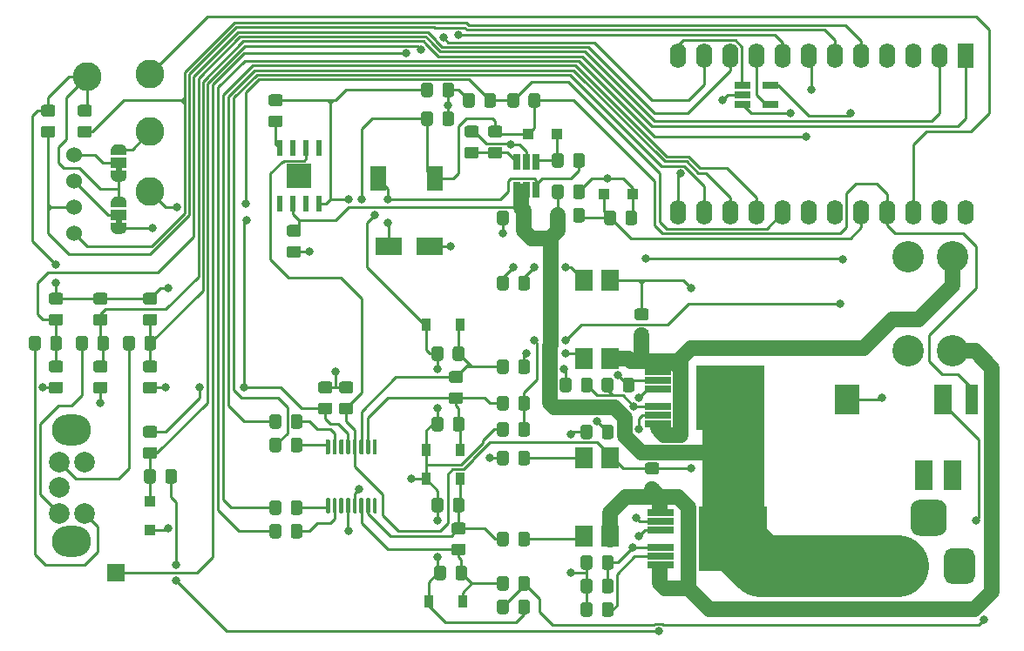
<source format=gbr>
%TF.GenerationSoftware,KiCad,Pcbnew,(5.1.6)-1*%
%TF.CreationDate,2021-01-23T13:54:21+00:00*%
%TF.ProjectId,ninja_iron,6e696e6a-615f-4697-926f-6e2e6b696361,rev?*%
%TF.SameCoordinates,Original*%
%TF.FileFunction,Copper,L1,Top*%
%TF.FilePolarity,Positive*%
%FSLAX46Y46*%
G04 Gerber Fmt 4.6, Leading zero omitted, Abs format (unit mm)*
G04 Created by KiCad (PCBNEW (5.1.6)-1) date 2021-01-23 13:54:21*
%MOMM*%
%LPD*%
G01*
G04 APERTURE LIST*
%TA.AperFunction,EtchedComponent*%
%ADD10C,0.100000*%
%TD*%
%TA.AperFunction,SMDPad,CuDef*%
%ADD11R,1.560000X0.650000*%
%TD*%
%TA.AperFunction,ComponentPad*%
%ADD12R,1.700000X1.700000*%
%TD*%
%TA.AperFunction,ComponentPad*%
%ADD13C,3.048000*%
%TD*%
%TA.AperFunction,ComponentPad*%
%ADD14R,3.500000X3.500000*%
%TD*%
%TA.AperFunction,SMDPad,CuDef*%
%ADD15C,0.100000*%
%TD*%
%TA.AperFunction,SMDPad,CuDef*%
%ADD16R,1.500000X1.000000*%
%TD*%
%TA.AperFunction,SMDPad,CuDef*%
%ADD17R,1.500000X2.400000*%
%TD*%
%TA.AperFunction,ComponentPad*%
%ADD18C,1.524000*%
%TD*%
%TA.AperFunction,SMDPad,CuDef*%
%ADD19R,2.500000X1.800000*%
%TD*%
%TA.AperFunction,SMDPad,CuDef*%
%ADD20R,0.900000X1.200000*%
%TD*%
%TA.AperFunction,SMDPad,CuDef*%
%ADD21R,1.100000X1.100000*%
%TD*%
%TA.AperFunction,SMDPad,CuDef*%
%ADD22R,2.400000X2.900000*%
%TD*%
%TA.AperFunction,SMDPad,CuDef*%
%ADD23R,1.200000X2.900000*%
%TD*%
%TA.AperFunction,SMDPad,CuDef*%
%ADD24R,1.800000X2.900000*%
%TD*%
%TA.AperFunction,ComponentPad*%
%ADD25R,1.600000X2.400000*%
%TD*%
%TA.AperFunction,ComponentPad*%
%ADD26O,1.600000X2.400000*%
%TD*%
%TA.AperFunction,SMDPad,CuDef*%
%ADD27R,2.500000X0.650000*%
%TD*%
%TA.AperFunction,SMDPad,CuDef*%
%ADD28R,6.600000X6.300000*%
%TD*%
%TA.AperFunction,SMDPad,CuDef*%
%ADD29R,0.650000X1.560000*%
%TD*%
%TA.AperFunction,ComponentPad*%
%ADD30C,2.800000*%
%TD*%
%TA.AperFunction,SMDPad,CuDef*%
%ADD31R,1.780000X2.000000*%
%TD*%
%TA.AperFunction,SMDPad,CuDef*%
%ADD32R,0.600000X1.550000*%
%TD*%
%TA.AperFunction,SMDPad,CuDef*%
%ADD33R,2.350000X2.350000*%
%TD*%
%TA.AperFunction,WasherPad*%
%ADD34O,3.800000X3.000000*%
%TD*%
%TA.AperFunction,ComponentPad*%
%ADD35C,2.000000*%
%TD*%
%TA.AperFunction,ViaPad*%
%ADD36C,0.800000*%
%TD*%
%TA.AperFunction,Conductor*%
%ADD37C,0.250000*%
%TD*%
%TA.AperFunction,Conductor*%
%ADD38C,6.000000*%
%TD*%
%TA.AperFunction,Conductor*%
%ADD39C,1.500000*%
%TD*%
G04 APERTURE END LIST*
D10*
%TO.C,JP2*%
G36*
X178262000Y-46620000D02*
G01*
X178262000Y-46120000D01*
X178862000Y-46120000D01*
X178862000Y-46620000D01*
X178262000Y-46620000D01*
G37*
%TO.C,JP1*%
G36*
X178262000Y-41540000D02*
G01*
X178262000Y-41040000D01*
X178862000Y-41040000D01*
X178862000Y-41540000D01*
X178262000Y-41540000D01*
G37*
%TD*%
%TO.P,R36,1*%
%TO.N,+5VD*%
%TA.AperFunction,SMDPad,CuDef*%
G36*
G01*
X174809550Y-34976000D02*
X175710450Y-34976000D01*
G75*
G02*
X175960000Y-35225550I0J-249550D01*
G01*
X175960000Y-35876450D01*
G75*
G02*
X175710450Y-36126000I-249550J0D01*
G01*
X174809550Y-36126000D01*
G75*
G02*
X174560000Y-35876450I0J249550D01*
G01*
X174560000Y-35225550D01*
G75*
G02*
X174809550Y-34976000I249550J0D01*
G01*
G37*
%TD.AperFunction*%
%TO.P,R36,2*%
%TO.N,Net-(U1-Pad4)*%
%TA.AperFunction,SMDPad,CuDef*%
G36*
G01*
X174809550Y-37026000D02*
X175710450Y-37026000D01*
G75*
G02*
X175960000Y-37275550I0J-249550D01*
G01*
X175960000Y-37926450D01*
G75*
G02*
X175710450Y-38176000I-249550J0D01*
G01*
X174809550Y-38176000D01*
G75*
G02*
X174560000Y-37926450I0J249550D01*
G01*
X174560000Y-37275550D01*
G75*
G02*
X174809550Y-37026000I249550J0D01*
G01*
G37*
%TD.AperFunction*%
%TD*%
D11*
%TO.P,U10,5*%
%TO.N,+5VD*%
X241888000Y-33086000D03*
%TO.P,U10,4*%
%TO.N,/low_mosfet_0*%
X241888000Y-34986000D03*
%TO.P,U10,3*%
%TO.N,GND*%
X239188000Y-34986000D03*
%TO.P,U10,2*%
%TO.N,/Heater_pwm_1*%
X239188000Y-34036000D03*
%TO.P,U10,1*%
%TO.N,/Heater_pwm_0*%
X239188000Y-33086000D03*
%TD*%
D12*
%TO.P,J3,1*%
%TO.N,/led_data*%
X178308000Y-80518000D03*
%TD*%
%TO.P,R10,2*%
%TO.N,Net-(R10-Pad2)*%
%TA.AperFunction,SMDPad,CuDef*%
G36*
G01*
X195268000Y-68522001D02*
X195268000Y-67621999D01*
G75*
G02*
X195517999Y-67372000I249999J0D01*
G01*
X196168001Y-67372000D01*
G75*
G02*
X196418000Y-67621999I0J-249999D01*
G01*
X196418000Y-68522001D01*
G75*
G02*
X196168001Y-68772000I-249999J0D01*
G01*
X195517999Y-68772000D01*
G75*
G02*
X195268000Y-68522001I0J249999D01*
G01*
G37*
%TD.AperFunction*%
%TO.P,R10,1*%
%TO.N,/MOSI*%
%TA.AperFunction,SMDPad,CuDef*%
G36*
G01*
X193218000Y-68522001D02*
X193218000Y-67621999D01*
G75*
G02*
X193467999Y-67372000I249999J0D01*
G01*
X194118001Y-67372000D01*
G75*
G02*
X194368000Y-67621999I0J-249999D01*
G01*
X194368000Y-68522001D01*
G75*
G02*
X194118001Y-68772000I-249999J0D01*
G01*
X193467999Y-68772000D01*
G75*
G02*
X193218000Y-68522001I0J249999D01*
G01*
G37*
%TD.AperFunction*%
%TD*%
D13*
%TO.P,iron,5*%
%TO.N,/Heater0*%
X259588000Y-49784000D03*
%TO.P,iron,4*%
%TO.N,Net-(J1-Pad1)*%
X255270000Y-49784000D03*
%TO.P,iron,3*%
%TO.N,/Heater1*%
X259588000Y-58928000D03*
%TO.P,iron,2*%
%TO.N,Net-(J2-Pad1)*%
X255270000Y-58928000D03*
%TD*%
%TO.P,R8,2*%
%TO.N,Net-(J2-Pad1)*%
%TA.AperFunction,SMDPad,CuDef*%
G36*
G01*
X217366000Y-81984001D02*
X217366000Y-81083999D01*
G75*
G02*
X217615999Y-80834000I249999J0D01*
G01*
X218266001Y-80834000D01*
G75*
G02*
X218516000Y-81083999I0J-249999D01*
G01*
X218516000Y-81984001D01*
G75*
G02*
X218266001Y-82234000I-249999J0D01*
G01*
X217615999Y-82234000D01*
G75*
G02*
X217366000Y-81984001I0J249999D01*
G01*
G37*
%TD.AperFunction*%
%TO.P,R8,1*%
%TO.N,Net-(C5-Pad1)*%
%TA.AperFunction,SMDPad,CuDef*%
G36*
G01*
X215316000Y-81984001D02*
X215316000Y-81083999D01*
G75*
G02*
X215565999Y-80834000I249999J0D01*
G01*
X216216001Y-80834000D01*
G75*
G02*
X216466000Y-81083999I0J-249999D01*
G01*
X216466000Y-81984001D01*
G75*
G02*
X216216001Y-82234000I-249999J0D01*
G01*
X215565999Y-82234000D01*
G75*
G02*
X215316000Y-81984001I0J249999D01*
G01*
G37*
%TD.AperFunction*%
%TD*%
%TO.P,R5,1*%
%TO.N,+5VA*%
%TA.AperFunction,SMDPad,CuDef*%
G36*
G01*
X229927999Y-69774000D02*
X230828001Y-69774000D01*
G75*
G02*
X231078000Y-70023999I0J-249999D01*
G01*
X231078000Y-70674001D01*
G75*
G02*
X230828001Y-70924000I-249999J0D01*
G01*
X229927999Y-70924000D01*
G75*
G02*
X229678000Y-70674001I0J249999D01*
G01*
X229678000Y-70023999D01*
G75*
G02*
X229927999Y-69774000I249999J0D01*
G01*
G37*
%TD.AperFunction*%
%TO.P,R5,2*%
%TO.N,/Heater1*%
%TA.AperFunction,SMDPad,CuDef*%
G36*
G01*
X229927999Y-71824000D02*
X230828001Y-71824000D01*
G75*
G02*
X231078000Y-72073999I0J-249999D01*
G01*
X231078000Y-72724001D01*
G75*
G02*
X230828001Y-72974000I-249999J0D01*
G01*
X229927999Y-72974000D01*
G75*
G02*
X229678000Y-72724001I0J249999D01*
G01*
X229678000Y-72073999D01*
G75*
G02*
X229927999Y-71824000I249999J0D01*
G01*
G37*
%TD.AperFunction*%
%TD*%
D14*
%TO.P,J4,1*%
%TO.N,+24V*%
X254254000Y-79852000D03*
%TO.P,J4,2*%
%TO.N,GND*%
%TA.AperFunction,ComponentPad*%
G36*
G01*
X261754000Y-78852000D02*
X261754000Y-80852000D01*
G75*
G02*
X261004000Y-81602000I-750000J0D01*
G01*
X259504000Y-81602000D01*
G75*
G02*
X258754000Y-80852000I0J750000D01*
G01*
X258754000Y-78852000D01*
G75*
G02*
X259504000Y-78102000I750000J0D01*
G01*
X261004000Y-78102000D01*
G75*
G02*
X261754000Y-78852000I0J-750000D01*
G01*
G37*
%TD.AperFunction*%
%TO.P,J4,3*%
%TA.AperFunction,ComponentPad*%
G36*
G01*
X259004000Y-74277000D02*
X259004000Y-76027000D01*
G75*
G02*
X258129000Y-76902000I-875000J0D01*
G01*
X256379000Y-76902000D01*
G75*
G02*
X255504000Y-76027000I0J875000D01*
G01*
X255504000Y-74277000D01*
G75*
G02*
X256379000Y-73402000I875000J0D01*
G01*
X258129000Y-73402000D01*
G75*
G02*
X259004000Y-74277000I0J-875000D01*
G01*
G37*
%TD.AperFunction*%
%TD*%
%TA.AperFunction,SMDPad,CuDef*%
D15*
%TO.P,JP2,1*%
%TO.N,GND*%
G36*
X179312000Y-46470000D02*
G01*
X179312000Y-47020000D01*
X179311398Y-47020000D01*
X179311398Y-47044534D01*
X179306588Y-47093365D01*
X179297016Y-47141490D01*
X179282772Y-47188445D01*
X179263995Y-47233778D01*
X179240864Y-47277051D01*
X179213604Y-47317850D01*
X179182476Y-47355779D01*
X179147779Y-47390476D01*
X179109850Y-47421604D01*
X179069051Y-47448864D01*
X179025778Y-47471995D01*
X178980445Y-47490772D01*
X178933490Y-47505016D01*
X178885365Y-47514588D01*
X178836534Y-47519398D01*
X178812000Y-47519398D01*
X178812000Y-47520000D01*
X178312000Y-47520000D01*
X178312000Y-47519398D01*
X178287466Y-47519398D01*
X178238635Y-47514588D01*
X178190510Y-47505016D01*
X178143555Y-47490772D01*
X178098222Y-47471995D01*
X178054949Y-47448864D01*
X178014150Y-47421604D01*
X177976221Y-47390476D01*
X177941524Y-47355779D01*
X177910396Y-47317850D01*
X177883136Y-47277051D01*
X177860005Y-47233778D01*
X177841228Y-47188445D01*
X177826984Y-47141490D01*
X177817412Y-47093365D01*
X177812602Y-47044534D01*
X177812602Y-47020000D01*
X177812000Y-47020000D01*
X177812000Y-46470000D01*
X179312000Y-46470000D01*
G37*
%TD.AperFunction*%
D16*
%TO.P,JP2,2*%
X178562000Y-45720000D03*
%TA.AperFunction,SMDPad,CuDef*%
D15*
%TO.P,JP2,3*%
%TO.N,+5VD*%
G36*
X177812602Y-44420000D02*
G01*
X177812602Y-44395466D01*
X177817412Y-44346635D01*
X177826984Y-44298510D01*
X177841228Y-44251555D01*
X177860005Y-44206222D01*
X177883136Y-44162949D01*
X177910396Y-44122150D01*
X177941524Y-44084221D01*
X177976221Y-44049524D01*
X178014150Y-44018396D01*
X178054949Y-43991136D01*
X178098222Y-43968005D01*
X178143555Y-43949228D01*
X178190510Y-43934984D01*
X178238635Y-43925412D01*
X178287466Y-43920602D01*
X178312000Y-43920602D01*
X178312000Y-43920000D01*
X178812000Y-43920000D01*
X178812000Y-43920602D01*
X178836534Y-43920602D01*
X178885365Y-43925412D01*
X178933490Y-43934984D01*
X178980445Y-43949228D01*
X179025778Y-43968005D01*
X179069051Y-43991136D01*
X179109850Y-44018396D01*
X179147779Y-44049524D01*
X179182476Y-44084221D01*
X179213604Y-44122150D01*
X179240864Y-44162949D01*
X179263995Y-44206222D01*
X179282772Y-44251555D01*
X179297016Y-44298510D01*
X179306588Y-44346635D01*
X179311398Y-44395466D01*
X179311398Y-44420000D01*
X179312000Y-44420000D01*
X179312000Y-44970000D01*
X177812000Y-44970000D01*
X177812000Y-44420000D01*
X177812602Y-44420000D01*
G37*
%TD.AperFunction*%
%TD*%
%TO.P,R3,2*%
%TO.N,Net-(R3-Pad2)*%
%TA.AperFunction,SMDPad,CuDef*%
G36*
G01*
X217366000Y-60902001D02*
X217366000Y-60001999D01*
G75*
G02*
X217615999Y-59752000I249999J0D01*
G01*
X218266001Y-59752000D01*
G75*
G02*
X218516000Y-60001999I0J-249999D01*
G01*
X218516000Y-60902001D01*
G75*
G02*
X218266001Y-61152000I-249999J0D01*
G01*
X217615999Y-61152000D01*
G75*
G02*
X217366000Y-60902001I0J249999D01*
G01*
G37*
%TD.AperFunction*%
%TO.P,R3,1*%
%TO.N,Net-(C1-Pad2)*%
%TA.AperFunction,SMDPad,CuDef*%
G36*
G01*
X215316000Y-60902001D02*
X215316000Y-60001999D01*
G75*
G02*
X215565999Y-59752000I249999J0D01*
G01*
X216216001Y-59752000D01*
G75*
G02*
X216466000Y-60001999I0J-249999D01*
G01*
X216466000Y-60902001D01*
G75*
G02*
X216216001Y-61152000I-249999J0D01*
G01*
X215565999Y-61152000D01*
G75*
G02*
X215316000Y-60902001I0J249999D01*
G01*
G37*
%TD.AperFunction*%
%TD*%
%TA.AperFunction,SMDPad,CuDef*%
%TO.P,JP1,1*%
%TO.N,+5VD*%
G36*
X179312000Y-41390000D02*
G01*
X179312000Y-41940000D01*
X179311398Y-41940000D01*
X179311398Y-41964534D01*
X179306588Y-42013365D01*
X179297016Y-42061490D01*
X179282772Y-42108445D01*
X179263995Y-42153778D01*
X179240864Y-42197051D01*
X179213604Y-42237850D01*
X179182476Y-42275779D01*
X179147779Y-42310476D01*
X179109850Y-42341604D01*
X179069051Y-42368864D01*
X179025778Y-42391995D01*
X178980445Y-42410772D01*
X178933490Y-42425016D01*
X178885365Y-42434588D01*
X178836534Y-42439398D01*
X178812000Y-42439398D01*
X178812000Y-42440000D01*
X178312000Y-42440000D01*
X178312000Y-42439398D01*
X178287466Y-42439398D01*
X178238635Y-42434588D01*
X178190510Y-42425016D01*
X178143555Y-42410772D01*
X178098222Y-42391995D01*
X178054949Y-42368864D01*
X178014150Y-42341604D01*
X177976221Y-42310476D01*
X177941524Y-42275779D01*
X177910396Y-42237850D01*
X177883136Y-42197051D01*
X177860005Y-42153778D01*
X177841228Y-42108445D01*
X177826984Y-42061490D01*
X177817412Y-42013365D01*
X177812602Y-41964534D01*
X177812602Y-41940000D01*
X177812000Y-41940000D01*
X177812000Y-41390000D01*
X179312000Y-41390000D01*
G37*
%TD.AperFunction*%
D16*
%TO.P,JP1,2*%
X178562000Y-40640000D03*
%TA.AperFunction,SMDPad,CuDef*%
D15*
%TO.P,JP1,3*%
%TO.N,GND*%
G36*
X177812602Y-39340000D02*
G01*
X177812602Y-39315466D01*
X177817412Y-39266635D01*
X177826984Y-39218510D01*
X177841228Y-39171555D01*
X177860005Y-39126222D01*
X177883136Y-39082949D01*
X177910396Y-39042150D01*
X177941524Y-39004221D01*
X177976221Y-38969524D01*
X178014150Y-38938396D01*
X178054949Y-38911136D01*
X178098222Y-38888005D01*
X178143555Y-38869228D01*
X178190510Y-38854984D01*
X178238635Y-38845412D01*
X178287466Y-38840602D01*
X178312000Y-38840602D01*
X178312000Y-38840000D01*
X178812000Y-38840000D01*
X178812000Y-38840602D01*
X178836534Y-38840602D01*
X178885365Y-38845412D01*
X178933490Y-38854984D01*
X178980445Y-38869228D01*
X179025778Y-38888005D01*
X179069051Y-38911136D01*
X179109850Y-38938396D01*
X179147779Y-38969524D01*
X179182476Y-39004221D01*
X179213604Y-39042150D01*
X179240864Y-39082949D01*
X179263995Y-39126222D01*
X179282772Y-39171555D01*
X179297016Y-39218510D01*
X179306588Y-39266635D01*
X179311398Y-39315466D01*
X179311398Y-39340000D01*
X179312000Y-39340000D01*
X179312000Y-39890000D01*
X177812000Y-39890000D01*
X177812000Y-39340000D01*
X177812602Y-39340000D01*
G37*
%TD.AperFunction*%
%TD*%
%TO.P,R11,1*%
%TO.N,/MISO*%
%TA.AperFunction,SMDPad,CuDef*%
G36*
G01*
X193218000Y-66236001D02*
X193218000Y-65335999D01*
G75*
G02*
X193467999Y-65086000I249999J0D01*
G01*
X194118001Y-65086000D01*
G75*
G02*
X194368000Y-65335999I0J-249999D01*
G01*
X194368000Y-66236001D01*
G75*
G02*
X194118001Y-66486000I-249999J0D01*
G01*
X193467999Y-66486000D01*
G75*
G02*
X193218000Y-66236001I0J249999D01*
G01*
G37*
%TD.AperFunction*%
%TO.P,R11,2*%
%TO.N,Net-(R11-Pad2)*%
%TA.AperFunction,SMDPad,CuDef*%
G36*
G01*
X195268000Y-66236001D02*
X195268000Y-65335999D01*
G75*
G02*
X195517999Y-65086000I249999J0D01*
G01*
X196168001Y-65086000D01*
G75*
G02*
X196418000Y-65335999I0J-249999D01*
G01*
X196418000Y-66236001D01*
G75*
G02*
X196168001Y-66486000I-249999J0D01*
G01*
X195517999Y-66486000D01*
G75*
G02*
X195268000Y-66236001I0J249999D01*
G01*
G37*
%TD.AperFunction*%
%TD*%
D17*
%TO.P,L1,1*%
%TO.N,Net-(C9-Pad2)*%
X203752000Y-42164000D03*
%TO.P,L1,2*%
%TO.N,+5VD*%
X209252000Y-42164000D03*
%TD*%
%TO.P,R19,2*%
%TO.N,GND*%
%TA.AperFunction,SMDPad,CuDef*%
G36*
G01*
X224594000Y-83623999D02*
X224594000Y-84524001D01*
G75*
G02*
X224344001Y-84774000I-249999J0D01*
G01*
X223693999Y-84774000D01*
G75*
G02*
X223444000Y-84524001I0J249999D01*
G01*
X223444000Y-83623999D01*
G75*
G02*
X223693999Y-83374000I249999J0D01*
G01*
X224344001Y-83374000D01*
G75*
G02*
X224594000Y-83623999I0J-249999D01*
G01*
G37*
%TD.AperFunction*%
%TO.P,R19,1*%
%TO.N,Net-(R19-Pad1)*%
%TA.AperFunction,SMDPad,CuDef*%
G36*
G01*
X226644000Y-83623999D02*
X226644000Y-84524001D01*
G75*
G02*
X226394001Y-84774000I-249999J0D01*
G01*
X225743999Y-84774000D01*
G75*
G02*
X225494000Y-84524001I0J249999D01*
G01*
X225494000Y-83623999D01*
G75*
G02*
X225743999Y-83374000I249999J0D01*
G01*
X226394001Y-83374000D01*
G75*
G02*
X226644000Y-83623999I0J-249999D01*
G01*
G37*
%TD.AperFunction*%
%TD*%
%TO.P,R14,1*%
%TO.N,Net-(R13-Pad2)*%
%TA.AperFunction,SMDPad,CuDef*%
G36*
G01*
X213302001Y-40208000D02*
X212401999Y-40208000D01*
G75*
G02*
X212152000Y-39958001I0J249999D01*
G01*
X212152000Y-39307999D01*
G75*
G02*
X212401999Y-39058000I249999J0D01*
G01*
X213302001Y-39058000D01*
G75*
G02*
X213552000Y-39307999I0J-249999D01*
G01*
X213552000Y-39958001D01*
G75*
G02*
X213302001Y-40208000I-249999J0D01*
G01*
G37*
%TD.AperFunction*%
%TO.P,R14,2*%
%TO.N,GND*%
%TA.AperFunction,SMDPad,CuDef*%
G36*
G01*
X213302001Y-38158000D02*
X212401999Y-38158000D01*
G75*
G02*
X212152000Y-37908001I0J249999D01*
G01*
X212152000Y-37257999D01*
G75*
G02*
X212401999Y-37008000I249999J0D01*
G01*
X213302001Y-37008000D01*
G75*
G02*
X213552000Y-37257999I0J-249999D01*
G01*
X213552000Y-37908001D01*
G75*
G02*
X213302001Y-38158000I-249999J0D01*
G01*
G37*
%TD.AperFunction*%
%TD*%
%TO.P,R15,2*%
%TO.N,GNDA*%
%TA.AperFunction,SMDPad,CuDef*%
G36*
G01*
X209100000Y-33077999D02*
X209100000Y-33978001D01*
G75*
G02*
X208850001Y-34228000I-249999J0D01*
G01*
X208199999Y-34228000D01*
G75*
G02*
X207950000Y-33978001I0J249999D01*
G01*
X207950000Y-33077999D01*
G75*
G02*
X208199999Y-32828000I249999J0D01*
G01*
X208850001Y-32828000D01*
G75*
G02*
X209100000Y-33077999I0J-249999D01*
G01*
G37*
%TD.AperFunction*%
%TO.P,R15,1*%
%TO.N,GND*%
%TA.AperFunction,SMDPad,CuDef*%
G36*
G01*
X211150000Y-33077999D02*
X211150000Y-33978001D01*
G75*
G02*
X210900001Y-34228000I-249999J0D01*
G01*
X210249999Y-34228000D01*
G75*
G02*
X210000000Y-33978001I0J249999D01*
G01*
X210000000Y-33077999D01*
G75*
G02*
X210249999Y-32828000I249999J0D01*
G01*
X210900001Y-32828000D01*
G75*
G02*
X211150000Y-33077999I0J-249999D01*
G01*
G37*
%TD.AperFunction*%
%TD*%
%TO.P,R25,2*%
%TO.N,/aIn*%
%TA.AperFunction,SMDPad,CuDef*%
G36*
G01*
X181159999Y-55314000D02*
X182060001Y-55314000D01*
G75*
G02*
X182310000Y-55563999I0J-249999D01*
G01*
X182310000Y-56214001D01*
G75*
G02*
X182060001Y-56464000I-249999J0D01*
G01*
X181159999Y-56464000D01*
G75*
G02*
X180910000Y-56214001I0J249999D01*
G01*
X180910000Y-55563999D01*
G75*
G02*
X181159999Y-55314000I249999J0D01*
G01*
G37*
%TD.AperFunction*%
%TO.P,R25,1*%
%TO.N,+5VD*%
%TA.AperFunction,SMDPad,CuDef*%
G36*
G01*
X181159999Y-53264000D02*
X182060001Y-53264000D01*
G75*
G02*
X182310000Y-53513999I0J-249999D01*
G01*
X182310000Y-54164001D01*
G75*
G02*
X182060001Y-54414000I-249999J0D01*
G01*
X181159999Y-54414000D01*
G75*
G02*
X180910000Y-54164001I0J249999D01*
G01*
X180910000Y-53513999D01*
G75*
G02*
X181159999Y-53264000I249999J0D01*
G01*
G37*
%TD.AperFunction*%
%TD*%
%TO.P,R21,1*%
%TO.N,/Current_sense_1*%
%TA.AperFunction,SMDPad,CuDef*%
G36*
G01*
X226644000Y-81337999D02*
X226644000Y-82238001D01*
G75*
G02*
X226394001Y-82488000I-249999J0D01*
G01*
X225743999Y-82488000D01*
G75*
G02*
X225494000Y-82238001I0J249999D01*
G01*
X225494000Y-81337999D01*
G75*
G02*
X225743999Y-81088000I249999J0D01*
G01*
X226394001Y-81088000D01*
G75*
G02*
X226644000Y-81337999I0J-249999D01*
G01*
G37*
%TD.AperFunction*%
%TO.P,R21,2*%
%TO.N,GND*%
%TA.AperFunction,SMDPad,CuDef*%
G36*
G01*
X224594000Y-81337999D02*
X224594000Y-82238001D01*
G75*
G02*
X224344001Y-82488000I-249999J0D01*
G01*
X223693999Y-82488000D01*
G75*
G02*
X223444000Y-82238001I0J249999D01*
G01*
X223444000Y-81337999D01*
G75*
G02*
X223693999Y-81088000I249999J0D01*
G01*
X224344001Y-81088000D01*
G75*
G02*
X224594000Y-81337999I0J-249999D01*
G01*
G37*
%TD.AperFunction*%
%TD*%
%TO.P,R23,2*%
%TO.N,/swIn*%
%TA.AperFunction,SMDPad,CuDef*%
G36*
G01*
X172015999Y-55314000D02*
X172916001Y-55314000D01*
G75*
G02*
X173166000Y-55563999I0J-249999D01*
G01*
X173166000Y-56214001D01*
G75*
G02*
X172916001Y-56464000I-249999J0D01*
G01*
X172015999Y-56464000D01*
G75*
G02*
X171766000Y-56214001I0J249999D01*
G01*
X171766000Y-55563999D01*
G75*
G02*
X172015999Y-55314000I249999J0D01*
G01*
G37*
%TD.AperFunction*%
%TO.P,R23,1*%
%TO.N,+5VD*%
%TA.AperFunction,SMDPad,CuDef*%
G36*
G01*
X172015999Y-53264000D02*
X172916001Y-53264000D01*
G75*
G02*
X173166000Y-53513999I0J-249999D01*
G01*
X173166000Y-54164001D01*
G75*
G02*
X172916001Y-54414000I-249999J0D01*
G01*
X172015999Y-54414000D01*
G75*
G02*
X171766000Y-54164001I0J249999D01*
G01*
X171766000Y-53513999D01*
G75*
G02*
X172015999Y-53264000I249999J0D01*
G01*
G37*
%TD.AperFunction*%
%TD*%
%TO.P,R28,1*%
%TO.N,+24V*%
%TA.AperFunction,SMDPad,CuDef*%
G36*
G01*
X220650000Y-46170001D02*
X220650000Y-45269999D01*
G75*
G02*
X220899999Y-45020000I249999J0D01*
G01*
X221550001Y-45020000D01*
G75*
G02*
X221800000Y-45269999I0J-249999D01*
G01*
X221800000Y-46170001D01*
G75*
G02*
X221550001Y-46420000I-249999J0D01*
G01*
X220899999Y-46420000D01*
G75*
G02*
X220650000Y-46170001I0J249999D01*
G01*
G37*
%TD.AperFunction*%
%TO.P,R28,2*%
%TO.N,/VinDev*%
%TA.AperFunction,SMDPad,CuDef*%
G36*
G01*
X222700000Y-46170001D02*
X222700000Y-45269999D01*
G75*
G02*
X222949999Y-45020000I249999J0D01*
G01*
X223600001Y-45020000D01*
G75*
G02*
X223850000Y-45269999I0J-249999D01*
G01*
X223850000Y-46170001D01*
G75*
G02*
X223600001Y-46420000I-249999J0D01*
G01*
X222949999Y-46420000D01*
G75*
G02*
X222700000Y-46170001I0J249999D01*
G01*
G37*
%TD.AperFunction*%
%TD*%
%TO.P,R30,1*%
%TO.N,/aIn*%
%TA.AperFunction,SMDPad,CuDef*%
G36*
G01*
X182194000Y-57715999D02*
X182194000Y-58616001D01*
G75*
G02*
X181944001Y-58866000I-249999J0D01*
G01*
X181293999Y-58866000D01*
G75*
G02*
X181044000Y-58616001I0J249999D01*
G01*
X181044000Y-57715999D01*
G75*
G02*
X181293999Y-57466000I249999J0D01*
G01*
X181944001Y-57466000D01*
G75*
G02*
X182194000Y-57715999I0J-249999D01*
G01*
G37*
%TD.AperFunction*%
%TO.P,R30,2*%
%TO.N,N/C*%
%TA.AperFunction,SMDPad,CuDef*%
G36*
G01*
X180144000Y-57715550D02*
X180144000Y-58616450D01*
G75*
G02*
X179894450Y-58866000I-249550J0D01*
G01*
X179243550Y-58866000D01*
G75*
G02*
X178994000Y-58616450I0J249550D01*
G01*
X178994000Y-57715550D01*
G75*
G02*
X179243550Y-57466000I249550J0D01*
G01*
X179894450Y-57466000D01*
G75*
G02*
X180144000Y-57715550I0J-249550D01*
G01*
G37*
%TD.AperFunction*%
%TD*%
%TO.P,R35,2*%
%TO.N,Net-(U1-Pad3)*%
%TA.AperFunction,SMDPad,CuDef*%
G36*
G01*
X171253550Y-37026000D02*
X172154450Y-37026000D01*
G75*
G02*
X172404000Y-37275550I0J-249550D01*
G01*
X172404000Y-37926450D01*
G75*
G02*
X172154450Y-38176000I-249550J0D01*
G01*
X171253550Y-38176000D01*
G75*
G02*
X171004000Y-37926450I0J249550D01*
G01*
X171004000Y-37275550D01*
G75*
G02*
X171253550Y-37026000I249550J0D01*
G01*
G37*
%TD.AperFunction*%
%TO.P,R35,1*%
%TO.N,+5VD*%
%TA.AperFunction,SMDPad,CuDef*%
G36*
G01*
X171253550Y-34976000D02*
X172154450Y-34976000D01*
G75*
G02*
X172404000Y-35225550I0J-249550D01*
G01*
X172404000Y-35876450D01*
G75*
G02*
X172154450Y-36126000I-249550J0D01*
G01*
X171253550Y-36126000D01*
G75*
G02*
X171004000Y-35876450I0J249550D01*
G01*
X171004000Y-35225550D01*
G75*
G02*
X171253550Y-34976000I249550J0D01*
G01*
G37*
%TD.AperFunction*%
%TD*%
%TO.P,R20,1*%
%TO.N,Net-(R20-Pad1)*%
%TA.AperFunction,SMDPad,CuDef*%
G36*
G01*
X218516000Y-68891999D02*
X218516000Y-69792001D01*
G75*
G02*
X218266001Y-70042000I-249999J0D01*
G01*
X217615999Y-70042000D01*
G75*
G02*
X217366000Y-69792001I0J249999D01*
G01*
X217366000Y-68891999D01*
G75*
G02*
X217615999Y-68642000I249999J0D01*
G01*
X218266001Y-68642000D01*
G75*
G02*
X218516000Y-68891999I0J-249999D01*
G01*
G37*
%TD.AperFunction*%
%TO.P,R20,2*%
%TO.N,/low_mosfet_0*%
%TA.AperFunction,SMDPad,CuDef*%
G36*
G01*
X216466000Y-68891999D02*
X216466000Y-69792001D01*
G75*
G02*
X216216001Y-70042000I-249999J0D01*
G01*
X215565999Y-70042000D01*
G75*
G02*
X215316000Y-69792001I0J249999D01*
G01*
X215316000Y-68891999D01*
G75*
G02*
X215565999Y-68642000I249999J0D01*
G01*
X216216001Y-68642000D01*
G75*
G02*
X216466000Y-68891999I0J-249999D01*
G01*
G37*
%TD.AperFunction*%
%TD*%
%TO.P,R27,2*%
%TO.N,/sleepIn*%
%TA.AperFunction,SMDPad,CuDef*%
G36*
G01*
X182176000Y-70669999D02*
X182176000Y-71570001D01*
G75*
G02*
X181926001Y-71820000I-249999J0D01*
G01*
X181275999Y-71820000D01*
G75*
G02*
X181026000Y-71570001I0J249999D01*
G01*
X181026000Y-70669999D01*
G75*
G02*
X181275999Y-70420000I249999J0D01*
G01*
X181926001Y-70420000D01*
G75*
G02*
X182176000Y-70669999I0J-249999D01*
G01*
G37*
%TD.AperFunction*%
%TO.P,R27,1*%
%TO.N,Net-(J6-Pad2)*%
%TA.AperFunction,SMDPad,CuDef*%
G36*
G01*
X184226000Y-70669999D02*
X184226000Y-71570001D01*
G75*
G02*
X183976001Y-71820000I-249999J0D01*
G01*
X183325999Y-71820000D01*
G75*
G02*
X183076000Y-71570001I0J249999D01*
G01*
X183076000Y-70669999D01*
G75*
G02*
X183325999Y-70420000I249999J0D01*
G01*
X183976001Y-70420000D01*
G75*
G02*
X184226000Y-70669999I0J-249999D01*
G01*
G37*
%TD.AperFunction*%
%TD*%
%TO.P,R29,2*%
%TO.N,GND*%
%TA.AperFunction,SMDPad,CuDef*%
G36*
G01*
X227780000Y-46424001D02*
X227780000Y-45523999D01*
G75*
G02*
X228029999Y-45274000I249999J0D01*
G01*
X228680001Y-45274000D01*
G75*
G02*
X228930000Y-45523999I0J-249999D01*
G01*
X228930000Y-46424001D01*
G75*
G02*
X228680001Y-46674000I-249999J0D01*
G01*
X228029999Y-46674000D01*
G75*
G02*
X227780000Y-46424001I0J249999D01*
G01*
G37*
%TD.AperFunction*%
%TO.P,R29,1*%
%TO.N,/VinDev*%
%TA.AperFunction,SMDPad,CuDef*%
G36*
G01*
X225730000Y-46424001D02*
X225730000Y-45523999D01*
G75*
G02*
X225979999Y-45274000I249999J0D01*
G01*
X226630001Y-45274000D01*
G75*
G02*
X226880000Y-45523999I0J-249999D01*
G01*
X226880000Y-46424001D01*
G75*
G02*
X226630001Y-46674000I-249999J0D01*
G01*
X225979999Y-46674000D01*
G75*
G02*
X225730000Y-46424001I0J249999D01*
G01*
G37*
%TD.AperFunction*%
%TD*%
%TO.P,R31,2*%
%TO.N,N/C*%
%TA.AperFunction,SMDPad,CuDef*%
G36*
G01*
X175572000Y-57715999D02*
X175572000Y-58616001D01*
G75*
G02*
X175322001Y-58866000I-249999J0D01*
G01*
X174671999Y-58866000D01*
G75*
G02*
X174422000Y-58616001I0J249999D01*
G01*
X174422000Y-57715999D01*
G75*
G02*
X174671999Y-57466000I249999J0D01*
G01*
X175322001Y-57466000D01*
G75*
G02*
X175572000Y-57715999I0J-249999D01*
G01*
G37*
%TD.AperFunction*%
%TO.P,R31,1*%
%TO.N,/bIn*%
%TA.AperFunction,SMDPad,CuDef*%
G36*
G01*
X177622000Y-57715999D02*
X177622000Y-58616001D01*
G75*
G02*
X177372001Y-58866000I-249999J0D01*
G01*
X176721999Y-58866000D01*
G75*
G02*
X176472000Y-58616001I0J249999D01*
G01*
X176472000Y-57715999D01*
G75*
G02*
X176721999Y-57466000I249999J0D01*
G01*
X177372001Y-57466000D01*
G75*
G02*
X177622000Y-57715999I0J-249999D01*
G01*
G37*
%TD.AperFunction*%
%TD*%
%TO.P,R26,1*%
%TO.N,+5VD*%
%TA.AperFunction,SMDPad,CuDef*%
G36*
G01*
X181159999Y-66218000D02*
X182060001Y-66218000D01*
G75*
G02*
X182310000Y-66467999I0J-249999D01*
G01*
X182310000Y-67118001D01*
G75*
G02*
X182060001Y-67368000I-249999J0D01*
G01*
X181159999Y-67368000D01*
G75*
G02*
X180910000Y-67118001I0J249999D01*
G01*
X180910000Y-66467999D01*
G75*
G02*
X181159999Y-66218000I249999J0D01*
G01*
G37*
%TD.AperFunction*%
%TO.P,R26,2*%
%TO.N,/sleepIn*%
%TA.AperFunction,SMDPad,CuDef*%
G36*
G01*
X181159999Y-68268000D02*
X182060001Y-68268000D01*
G75*
G02*
X182310000Y-68517999I0J-249999D01*
G01*
X182310000Y-69168001D01*
G75*
G02*
X182060001Y-69418000I-249999J0D01*
G01*
X181159999Y-69418000D01*
G75*
G02*
X180910000Y-69168001I0J249999D01*
G01*
X180910000Y-68517999D01*
G75*
G02*
X181159999Y-68268000I249999J0D01*
G01*
G37*
%TD.AperFunction*%
%TD*%
%TO.P,R16,1*%
%TO.N,Net-(R16-Pad1)*%
%TA.AperFunction,SMDPad,CuDef*%
G36*
G01*
X226644000Y-66351999D02*
X226644000Y-67252001D01*
G75*
G02*
X226394001Y-67502000I-249999J0D01*
G01*
X225743999Y-67502000D01*
G75*
G02*
X225494000Y-67252001I0J249999D01*
G01*
X225494000Y-66351999D01*
G75*
G02*
X225743999Y-66102000I249999J0D01*
G01*
X226394001Y-66102000D01*
G75*
G02*
X226644000Y-66351999I0J-249999D01*
G01*
G37*
%TD.AperFunction*%
%TO.P,R16,2*%
%TO.N,GND*%
%TA.AperFunction,SMDPad,CuDef*%
G36*
G01*
X224594000Y-66351999D02*
X224594000Y-67252001D01*
G75*
G02*
X224344001Y-67502000I-249999J0D01*
G01*
X223693999Y-67502000D01*
G75*
G02*
X223444000Y-67252001I0J249999D01*
G01*
X223444000Y-66351999D01*
G75*
G02*
X223693999Y-66102000I249999J0D01*
G01*
X224344001Y-66102000D01*
G75*
G02*
X224594000Y-66351999I0J-249999D01*
G01*
G37*
%TD.AperFunction*%
%TD*%
%TO.P,R17,2*%
%TO.N,/low_mosfet_0*%
%TA.AperFunction,SMDPad,CuDef*%
G36*
G01*
X216466000Y-51873999D02*
X216466000Y-52774001D01*
G75*
G02*
X216216001Y-53024000I-249999J0D01*
G01*
X215565999Y-53024000D01*
G75*
G02*
X215316000Y-52774001I0J249999D01*
G01*
X215316000Y-51873999D01*
G75*
G02*
X215565999Y-51624000I249999J0D01*
G01*
X216216001Y-51624000D01*
G75*
G02*
X216466000Y-51873999I0J-249999D01*
G01*
G37*
%TD.AperFunction*%
%TO.P,R17,1*%
%TO.N,Net-(R17-Pad1)*%
%TA.AperFunction,SMDPad,CuDef*%
G36*
G01*
X218516000Y-51873999D02*
X218516000Y-52774001D01*
G75*
G02*
X218266001Y-53024000I-249999J0D01*
G01*
X217615999Y-53024000D01*
G75*
G02*
X217366000Y-52774001I0J249999D01*
G01*
X217366000Y-51873999D01*
G75*
G02*
X217615999Y-51624000I249999J0D01*
G01*
X218266001Y-51624000D01*
G75*
G02*
X218516000Y-51873999I0J-249999D01*
G01*
G37*
%TD.AperFunction*%
%TD*%
%TO.P,R18,1*%
%TO.N,/Current_sense_0*%
%TA.AperFunction,SMDPad,CuDef*%
G36*
G01*
X225476000Y-62680001D02*
X225476000Y-61779999D01*
G75*
G02*
X225725999Y-61530000I249999J0D01*
G01*
X226376001Y-61530000D01*
G75*
G02*
X226626000Y-61779999I0J-249999D01*
G01*
X226626000Y-62680001D01*
G75*
G02*
X226376001Y-62930000I-249999J0D01*
G01*
X225725999Y-62930000D01*
G75*
G02*
X225476000Y-62680001I0J249999D01*
G01*
G37*
%TD.AperFunction*%
%TO.P,R18,2*%
%TO.N,GND*%
%TA.AperFunction,SMDPad,CuDef*%
G36*
G01*
X227526000Y-62680001D02*
X227526000Y-61779999D01*
G75*
G02*
X227775999Y-61530000I249999J0D01*
G01*
X228426001Y-61530000D01*
G75*
G02*
X228676000Y-61779999I0J-249999D01*
G01*
X228676000Y-62680001D01*
G75*
G02*
X228426001Y-62930000I-249999J0D01*
G01*
X227775999Y-62930000D01*
G75*
G02*
X227526000Y-62680001I0J249999D01*
G01*
G37*
%TD.AperFunction*%
%TD*%
%TO.P,R24,1*%
%TO.N,+5VD*%
%TA.AperFunction,SMDPad,CuDef*%
G36*
G01*
X176333999Y-53264000D02*
X177234001Y-53264000D01*
G75*
G02*
X177484000Y-53513999I0J-249999D01*
G01*
X177484000Y-54164001D01*
G75*
G02*
X177234001Y-54414000I-249999J0D01*
G01*
X176333999Y-54414000D01*
G75*
G02*
X176084000Y-54164001I0J249999D01*
G01*
X176084000Y-53513999D01*
G75*
G02*
X176333999Y-53264000I249999J0D01*
G01*
G37*
%TD.AperFunction*%
%TO.P,R24,2*%
%TO.N,/bIn*%
%TA.AperFunction,SMDPad,CuDef*%
G36*
G01*
X176333999Y-55314000D02*
X177234001Y-55314000D01*
G75*
G02*
X177484000Y-55563999I0J-249999D01*
G01*
X177484000Y-56214001D01*
G75*
G02*
X177234001Y-56464000I-249999J0D01*
G01*
X176333999Y-56464000D01*
G75*
G02*
X176084000Y-56214001I0J249999D01*
G01*
X176084000Y-55563999D01*
G75*
G02*
X176333999Y-55314000I249999J0D01*
G01*
G37*
%TD.AperFunction*%
%TD*%
%TO.P,C21,1*%
%TO.N,+24V*%
%TA.AperFunction,SMDPad,CuDef*%
G36*
G01*
X218516000Y-45523999D02*
X218516000Y-46424001D01*
G75*
G02*
X218266001Y-46674000I-249999J0D01*
G01*
X217615999Y-46674000D01*
G75*
G02*
X217366000Y-46424001I0J249999D01*
G01*
X217366000Y-45523999D01*
G75*
G02*
X217615999Y-45274000I249999J0D01*
G01*
X218266001Y-45274000D01*
G75*
G02*
X218516000Y-45523999I0J-249999D01*
G01*
G37*
%TD.AperFunction*%
%TO.P,C21,2*%
%TO.N,GND*%
%TA.AperFunction,SMDPad,CuDef*%
G36*
G01*
X216466000Y-45523999D02*
X216466000Y-46424001D01*
G75*
G02*
X216216001Y-46674000I-249999J0D01*
G01*
X215565999Y-46674000D01*
G75*
G02*
X215316000Y-46424001I0J249999D01*
G01*
X215316000Y-45523999D01*
G75*
G02*
X215565999Y-45274000I249999J0D01*
G01*
X216216001Y-45274000D01*
G75*
G02*
X216466000Y-45523999I0J-249999D01*
G01*
G37*
%TD.AperFunction*%
%TD*%
%TO.P,C18,2*%
%TO.N,GND*%
%TA.AperFunction,SMDPad,CuDef*%
G36*
G01*
X176333999Y-61918000D02*
X177234001Y-61918000D01*
G75*
G02*
X177484000Y-62167999I0J-249999D01*
G01*
X177484000Y-62818001D01*
G75*
G02*
X177234001Y-63068000I-249999J0D01*
G01*
X176333999Y-63068000D01*
G75*
G02*
X176084000Y-62818001I0J249999D01*
G01*
X176084000Y-62167999D01*
G75*
G02*
X176333999Y-61918000I249999J0D01*
G01*
G37*
%TD.AperFunction*%
%TO.P,C18,1*%
%TO.N,/bIn*%
%TA.AperFunction,SMDPad,CuDef*%
G36*
G01*
X176333999Y-59868000D02*
X177234001Y-59868000D01*
G75*
G02*
X177484000Y-60117999I0J-249999D01*
G01*
X177484000Y-60768001D01*
G75*
G02*
X177234001Y-61018000I-249999J0D01*
G01*
X176333999Y-61018000D01*
G75*
G02*
X176084000Y-60768001I0J249999D01*
G01*
X176084000Y-60117999D01*
G75*
G02*
X176333999Y-59868000I249999J0D01*
G01*
G37*
%TD.AperFunction*%
%TD*%
%TO.P,C7,1*%
%TO.N,+5VD*%
%TA.AperFunction,SMDPad,CuDef*%
G36*
G01*
X199078001Y-65100000D02*
X198177999Y-65100000D01*
G75*
G02*
X197928000Y-64850001I0J249999D01*
G01*
X197928000Y-64199999D01*
G75*
G02*
X198177999Y-63950000I249999J0D01*
G01*
X199078001Y-63950000D01*
G75*
G02*
X199328000Y-64199999I0J-249999D01*
G01*
X199328000Y-64850001D01*
G75*
G02*
X199078001Y-65100000I-249999J0D01*
G01*
G37*
%TD.AperFunction*%
%TO.P,C7,2*%
%TO.N,GND*%
%TA.AperFunction,SMDPad,CuDef*%
G36*
G01*
X199078001Y-63050000D02*
X198177999Y-63050000D01*
G75*
G02*
X197928000Y-62800001I0J249999D01*
G01*
X197928000Y-62149999D01*
G75*
G02*
X198177999Y-61900000I249999J0D01*
G01*
X199078001Y-61900000D01*
G75*
G02*
X199328000Y-62149999I0J-249999D01*
G01*
X199328000Y-62800001D01*
G75*
G02*
X199078001Y-63050000I-249999J0D01*
G01*
G37*
%TD.AperFunction*%
%TD*%
%TO.P,C8,1*%
%TO.N,+24V*%
%TA.AperFunction,SMDPad,CuDef*%
G36*
G01*
X220650000Y-43884001D02*
X220650000Y-42983999D01*
G75*
G02*
X220899999Y-42734000I249999J0D01*
G01*
X221550001Y-42734000D01*
G75*
G02*
X221800000Y-42983999I0J-249999D01*
G01*
X221800000Y-43884001D01*
G75*
G02*
X221550001Y-44134000I-249999J0D01*
G01*
X220899999Y-44134000D01*
G75*
G02*
X220650000Y-43884001I0J249999D01*
G01*
G37*
%TD.AperFunction*%
%TO.P,C8,2*%
%TO.N,GND*%
%TA.AperFunction,SMDPad,CuDef*%
G36*
G01*
X222700000Y-43884001D02*
X222700000Y-42983999D01*
G75*
G02*
X222949999Y-42734000I249999J0D01*
G01*
X223600001Y-42734000D01*
G75*
G02*
X223850000Y-42983999I0J-249999D01*
G01*
X223850000Y-43884001D01*
G75*
G02*
X223600001Y-44134000I-249999J0D01*
G01*
X222949999Y-44134000D01*
G75*
G02*
X222700000Y-43884001I0J249999D01*
G01*
G37*
%TD.AperFunction*%
%TD*%
D18*
%TO.P,OLED,4*%
%TO.N,Net-(U1-Pad4)*%
X174244000Y-47498000D03*
%TO.P,OLED,3*%
%TO.N,Net-(U1-Pad3)*%
X174244000Y-44958000D03*
%TO.P,OLED,2*%
%TO.N,GND*%
X174244000Y-42418000D03*
%TO.P,OLED,1*%
%TO.N,+5VD*%
X174244000Y-39878000D03*
%TD*%
%TO.P,C20,2*%
%TO.N,GND*%
%TA.AperFunction,SMDPad,CuDef*%
G36*
G01*
X201110001Y-63050000D02*
X200209999Y-63050000D01*
G75*
G02*
X199960000Y-62800001I0J249999D01*
G01*
X199960000Y-62149999D01*
G75*
G02*
X200209999Y-61900000I249999J0D01*
G01*
X201110001Y-61900000D01*
G75*
G02*
X201360000Y-62149999I0J-249999D01*
G01*
X201360000Y-62800001D01*
G75*
G02*
X201110001Y-63050000I-249999J0D01*
G01*
G37*
%TD.AperFunction*%
%TO.P,C20,1*%
%TO.N,+5VA*%
%TA.AperFunction,SMDPad,CuDef*%
G36*
G01*
X201110001Y-65100000D02*
X200209999Y-65100000D01*
G75*
G02*
X199960000Y-64850001I0J249999D01*
G01*
X199960000Y-64199999D01*
G75*
G02*
X200209999Y-63950000I249999J0D01*
G01*
X201110001Y-63950000D01*
G75*
G02*
X201360000Y-64199999I0J-249999D01*
G01*
X201360000Y-64850001D01*
G75*
G02*
X201110001Y-65100000I-249999J0D01*
G01*
G37*
%TD.AperFunction*%
%TD*%
D19*
%TO.P,D2,1*%
%TO.N,Net-(C9-Pad2)*%
X204756000Y-48768000D03*
%TO.P,D2,2*%
%TO.N,GND*%
X208756000Y-48768000D03*
%TD*%
D20*
%TO.P,D9,1*%
%TO.N,Net-(C5-Pad1)*%
X211962000Y-83312000D03*
%TO.P,D9,2*%
%TO.N,GNDA*%
X208662000Y-83312000D03*
%TD*%
%TO.P,C19,1*%
%TO.N,/aIn*%
%TA.AperFunction,SMDPad,CuDef*%
G36*
G01*
X181159999Y-59868000D02*
X182060001Y-59868000D01*
G75*
G02*
X182310000Y-60117999I0J-249999D01*
G01*
X182310000Y-60768001D01*
G75*
G02*
X182060001Y-61018000I-249999J0D01*
G01*
X181159999Y-61018000D01*
G75*
G02*
X180910000Y-60768001I0J249999D01*
G01*
X180910000Y-60117999D01*
G75*
G02*
X181159999Y-59868000I249999J0D01*
G01*
G37*
%TD.AperFunction*%
%TO.P,C19,2*%
%TO.N,GND*%
%TA.AperFunction,SMDPad,CuDef*%
G36*
G01*
X181159999Y-61918000D02*
X182060001Y-61918000D01*
G75*
G02*
X182310000Y-62167999I0J-249999D01*
G01*
X182310000Y-62818001D01*
G75*
G02*
X182060001Y-63068000I-249999J0D01*
G01*
X181159999Y-63068000D01*
G75*
G02*
X180910000Y-62818001I0J249999D01*
G01*
X180910000Y-62167999D01*
G75*
G02*
X181159999Y-61918000I249999J0D01*
G01*
G37*
%TD.AperFunction*%
%TD*%
%TO.P,C6,2*%
%TO.N,Net-(C5-Pad1)*%
%TA.AperFunction,SMDPad,CuDef*%
G36*
G01*
X211131999Y-77666000D02*
X212032001Y-77666000D01*
G75*
G02*
X212282000Y-77915999I0J-249999D01*
G01*
X212282000Y-78566001D01*
G75*
G02*
X212032001Y-78816000I-249999J0D01*
G01*
X211131999Y-78816000D01*
G75*
G02*
X210882000Y-78566001I0J249999D01*
G01*
X210882000Y-77915999D01*
G75*
G02*
X211131999Y-77666000I249999J0D01*
G01*
G37*
%TD.AperFunction*%
%TO.P,C6,1*%
%TO.N,Net-(C4-Pad2)*%
%TA.AperFunction,SMDPad,CuDef*%
G36*
G01*
X211131999Y-75616000D02*
X212032001Y-75616000D01*
G75*
G02*
X212282000Y-75865999I0J-249999D01*
G01*
X212282000Y-76516001D01*
G75*
G02*
X212032001Y-76766000I-249999J0D01*
G01*
X211131999Y-76766000D01*
G75*
G02*
X210882000Y-76516001I0J249999D01*
G01*
X210882000Y-75865999D01*
G75*
G02*
X211131999Y-75616000I249999J0D01*
G01*
G37*
%TD.AperFunction*%
%TD*%
%TO.P,C3,1*%
%TO.N,Net-(C1-Pad2)*%
%TA.AperFunction,SMDPad,CuDef*%
G36*
G01*
X210877999Y-60884000D02*
X211778001Y-60884000D01*
G75*
G02*
X212028000Y-61133999I0J-249999D01*
G01*
X212028000Y-61784001D01*
G75*
G02*
X211778001Y-62034000I-249999J0D01*
G01*
X210877999Y-62034000D01*
G75*
G02*
X210628000Y-61784001I0J249999D01*
G01*
X210628000Y-61133999D01*
G75*
G02*
X210877999Y-60884000I249999J0D01*
G01*
G37*
%TD.AperFunction*%
%TO.P,C3,2*%
%TO.N,Net-(C2-Pad1)*%
%TA.AperFunction,SMDPad,CuDef*%
G36*
G01*
X210877999Y-62934000D02*
X211778001Y-62934000D01*
G75*
G02*
X212028000Y-63183999I0J-249999D01*
G01*
X212028000Y-63834001D01*
G75*
G02*
X211778001Y-64084000I-249999J0D01*
G01*
X210877999Y-64084000D01*
G75*
G02*
X210628000Y-63834001I0J249999D01*
G01*
X210628000Y-63183999D01*
G75*
G02*
X210877999Y-62934000I249999J0D01*
G01*
G37*
%TD.AperFunction*%
%TD*%
%TO.P,C9,2*%
%TO.N,Net-(C9-Pad2)*%
%TA.AperFunction,SMDPad,CuDef*%
G36*
G01*
X222700000Y-40836001D02*
X222700000Y-39935999D01*
G75*
G02*
X222949999Y-39686000I249999J0D01*
G01*
X223600001Y-39686000D01*
G75*
G02*
X223850000Y-39935999I0J-249999D01*
G01*
X223850000Y-40836001D01*
G75*
G02*
X223600001Y-41086000I-249999J0D01*
G01*
X222949999Y-41086000D01*
G75*
G02*
X222700000Y-40836001I0J249999D01*
G01*
G37*
%TD.AperFunction*%
%TO.P,C9,1*%
%TO.N,Net-(C9-Pad1)*%
%TA.AperFunction,SMDPad,CuDef*%
G36*
G01*
X220650000Y-40836001D02*
X220650000Y-39935999D01*
G75*
G02*
X220899999Y-39686000I249999J0D01*
G01*
X221550001Y-39686000D01*
G75*
G02*
X221800000Y-39935999I0J-249999D01*
G01*
X221800000Y-40836001D01*
G75*
G02*
X221550001Y-41086000I-249999J0D01*
G01*
X220899999Y-41086000D01*
G75*
G02*
X220650000Y-40836001I0J249999D01*
G01*
G37*
%TD.AperFunction*%
%TD*%
%TO.P,C1,1*%
%TO.N,GNDA*%
%TA.AperFunction,SMDPad,CuDef*%
G36*
G01*
X208957000Y-59632001D02*
X208957000Y-58731999D01*
G75*
G02*
X209206999Y-58482000I249999J0D01*
G01*
X209857001Y-58482000D01*
G75*
G02*
X210107000Y-58731999I0J-249999D01*
G01*
X210107000Y-59632001D01*
G75*
G02*
X209857001Y-59882000I-249999J0D01*
G01*
X209206999Y-59882000D01*
G75*
G02*
X208957000Y-59632001I0J249999D01*
G01*
G37*
%TD.AperFunction*%
%TO.P,C1,2*%
%TO.N,Net-(C1-Pad2)*%
%TA.AperFunction,SMDPad,CuDef*%
G36*
G01*
X211007000Y-59632001D02*
X211007000Y-58731999D01*
G75*
G02*
X211256999Y-58482000I249999J0D01*
G01*
X211907001Y-58482000D01*
G75*
G02*
X212157000Y-58731999I0J-249999D01*
G01*
X212157000Y-59632001D01*
G75*
G02*
X211907001Y-59882000I-249999J0D01*
G01*
X211256999Y-59882000D01*
G75*
G02*
X211007000Y-59632001I0J249999D01*
G01*
G37*
%TD.AperFunction*%
%TD*%
%TO.P,C4,1*%
%TO.N,GNDA*%
%TA.AperFunction,SMDPad,CuDef*%
G36*
G01*
X208966000Y-74364001D02*
X208966000Y-73463999D01*
G75*
G02*
X209215999Y-73214000I249999J0D01*
G01*
X209866001Y-73214000D01*
G75*
G02*
X210116000Y-73463999I0J-249999D01*
G01*
X210116000Y-74364001D01*
G75*
G02*
X209866001Y-74614000I-249999J0D01*
G01*
X209215999Y-74614000D01*
G75*
G02*
X208966000Y-74364001I0J249999D01*
G01*
G37*
%TD.AperFunction*%
%TO.P,C4,2*%
%TO.N,Net-(C4-Pad2)*%
%TA.AperFunction,SMDPad,CuDef*%
G36*
G01*
X211016000Y-74364001D02*
X211016000Y-73463999D01*
G75*
G02*
X211265999Y-73214000I249999J0D01*
G01*
X211916001Y-73214000D01*
G75*
G02*
X212166000Y-73463999I0J-249999D01*
G01*
X212166000Y-74364001D01*
G75*
G02*
X211916001Y-74614000I-249999J0D01*
G01*
X211265999Y-74614000D01*
G75*
G02*
X211016000Y-74364001I0J249999D01*
G01*
G37*
%TD.AperFunction*%
%TD*%
%TO.P,C13,2*%
%TO.N,GNDA*%
%TA.AperFunction,SMDPad,CuDef*%
G36*
G01*
X194252001Y-35110000D02*
X193351999Y-35110000D01*
G75*
G02*
X193102000Y-34860001I0J249999D01*
G01*
X193102000Y-34209999D01*
G75*
G02*
X193351999Y-33960000I249999J0D01*
G01*
X194252001Y-33960000D01*
G75*
G02*
X194502000Y-34209999I0J-249999D01*
G01*
X194502000Y-34860001D01*
G75*
G02*
X194252001Y-35110000I-249999J0D01*
G01*
G37*
%TD.AperFunction*%
%TO.P,C13,1*%
%TO.N,Net-(C13-Pad1)*%
%TA.AperFunction,SMDPad,CuDef*%
G36*
G01*
X194252001Y-37160000D02*
X193351999Y-37160000D01*
G75*
G02*
X193102000Y-36910001I0J249999D01*
G01*
X193102000Y-36259999D01*
G75*
G02*
X193351999Y-36010000I249999J0D01*
G01*
X194252001Y-36010000D01*
G75*
G02*
X194502000Y-36259999I0J-249999D01*
G01*
X194502000Y-36910001D01*
G75*
G02*
X194252001Y-37160000I-249999J0D01*
G01*
G37*
%TD.AperFunction*%
%TD*%
%TO.P,C14,2*%
%TO.N,GND*%
%TA.AperFunction,SMDPad,CuDef*%
G36*
G01*
X224594000Y-79051999D02*
X224594000Y-79952001D01*
G75*
G02*
X224344001Y-80202000I-249999J0D01*
G01*
X223693999Y-80202000D01*
G75*
G02*
X223444000Y-79952001I0J249999D01*
G01*
X223444000Y-79051999D01*
G75*
G02*
X223693999Y-78802000I249999J0D01*
G01*
X224344001Y-78802000D01*
G75*
G02*
X224594000Y-79051999I0J-249999D01*
G01*
G37*
%TD.AperFunction*%
%TO.P,C14,1*%
%TO.N,/Current_sense_1*%
%TA.AperFunction,SMDPad,CuDef*%
G36*
G01*
X226644000Y-79051999D02*
X226644000Y-79952001D01*
G75*
G02*
X226394001Y-80202000I-249999J0D01*
G01*
X225743999Y-80202000D01*
G75*
G02*
X225494000Y-79952001I0J249999D01*
G01*
X225494000Y-79051999D01*
G75*
G02*
X225743999Y-78802000I249999J0D01*
G01*
X226394001Y-78802000D01*
G75*
G02*
X226644000Y-79051999I0J-249999D01*
G01*
G37*
%TD.AperFunction*%
%TD*%
D21*
%TO.P,D6,1*%
%TO.N,/sleepIn*%
X181610000Y-73530000D03*
%TO.P,D6,2*%
%TO.N,GND*%
X181610000Y-76330000D03*
%TD*%
%TO.P,D1,1*%
%TO.N,Net-(C9-Pad1)*%
X221110000Y-37846000D03*
%TO.P,D1,2*%
%TO.N,+5VD*%
X218310000Y-37846000D03*
%TD*%
%TO.P,R1,1*%
%TO.N,/Heater0*%
%TA.AperFunction,SMDPad,CuDef*%
G36*
G01*
X229812001Y-57988000D02*
X228911999Y-57988000D01*
G75*
G02*
X228662000Y-57738001I0J249999D01*
G01*
X228662000Y-57087999D01*
G75*
G02*
X228911999Y-56838000I249999J0D01*
G01*
X229812001Y-56838000D01*
G75*
G02*
X230062000Y-57087999I0J-249999D01*
G01*
X230062000Y-57738001D01*
G75*
G02*
X229812001Y-57988000I-249999J0D01*
G01*
G37*
%TD.AperFunction*%
%TO.P,R1,2*%
%TO.N,+5VA*%
%TA.AperFunction,SMDPad,CuDef*%
G36*
G01*
X229812001Y-55938000D02*
X228911999Y-55938000D01*
G75*
G02*
X228662000Y-55688001I0J249999D01*
G01*
X228662000Y-55037999D01*
G75*
G02*
X228911999Y-54788000I249999J0D01*
G01*
X229812001Y-54788000D01*
G75*
G02*
X230062000Y-55037999I0J-249999D01*
G01*
X230062000Y-55688001D01*
G75*
G02*
X229812001Y-55938000I-249999J0D01*
G01*
G37*
%TD.AperFunction*%
%TD*%
%TO.P,R4,2*%
%TO.N,Net-(J1-Pad1)*%
%TA.AperFunction,SMDPad,CuDef*%
G36*
G01*
X217366000Y-64458001D02*
X217366000Y-63557999D01*
G75*
G02*
X217615999Y-63308000I249999J0D01*
G01*
X218266001Y-63308000D01*
G75*
G02*
X218516000Y-63557999I0J-249999D01*
G01*
X218516000Y-64458001D01*
G75*
G02*
X218266001Y-64708000I-249999J0D01*
G01*
X217615999Y-64708000D01*
G75*
G02*
X217366000Y-64458001I0J249999D01*
G01*
G37*
%TD.AperFunction*%
%TO.P,R4,1*%
%TO.N,Net-(C2-Pad1)*%
%TA.AperFunction,SMDPad,CuDef*%
G36*
G01*
X215316000Y-64458001D02*
X215316000Y-63557999D01*
G75*
G02*
X215565999Y-63308000I249999J0D01*
G01*
X216216001Y-63308000D01*
G75*
G02*
X216466000Y-63557999I0J-249999D01*
G01*
X216466000Y-64458001D01*
G75*
G02*
X216216001Y-64708000I-249999J0D01*
G01*
X215565999Y-64708000D01*
G75*
G02*
X215316000Y-64458001I0J249999D01*
G01*
G37*
%TD.AperFunction*%
%TD*%
%TO.P,R13,2*%
%TO.N,Net-(R13-Pad2)*%
%TA.AperFunction,SMDPad,CuDef*%
G36*
G01*
X214687999Y-39058000D02*
X215588001Y-39058000D01*
G75*
G02*
X215838000Y-39307999I0J-249999D01*
G01*
X215838000Y-39958001D01*
G75*
G02*
X215588001Y-40208000I-249999J0D01*
G01*
X214687999Y-40208000D01*
G75*
G02*
X214438000Y-39958001I0J249999D01*
G01*
X214438000Y-39307999D01*
G75*
G02*
X214687999Y-39058000I249999J0D01*
G01*
G37*
%TD.AperFunction*%
%TO.P,R13,1*%
%TO.N,+5VD*%
%TA.AperFunction,SMDPad,CuDef*%
G36*
G01*
X214687999Y-37008000D02*
X215588001Y-37008000D01*
G75*
G02*
X215838000Y-37257999I0J-249999D01*
G01*
X215838000Y-37908001D01*
G75*
G02*
X215588001Y-38158000I-249999J0D01*
G01*
X214687999Y-38158000D01*
G75*
G02*
X214438000Y-37908001I0J249999D01*
G01*
X214438000Y-37257999D01*
G75*
G02*
X214687999Y-37008000I249999J0D01*
G01*
G37*
%TD.AperFunction*%
%TD*%
%TO.P,R7,1*%
%TO.N,Net-(C4-Pad2)*%
%TA.AperFunction,SMDPad,CuDef*%
G36*
G01*
X215316000Y-77666001D02*
X215316000Y-76765999D01*
G75*
G02*
X215565999Y-76516000I249999J0D01*
G01*
X216216001Y-76516000D01*
G75*
G02*
X216466000Y-76765999I0J-249999D01*
G01*
X216466000Y-77666001D01*
G75*
G02*
X216216001Y-77916000I-249999J0D01*
G01*
X215565999Y-77916000D01*
G75*
G02*
X215316000Y-77666001I0J249999D01*
G01*
G37*
%TD.AperFunction*%
%TO.P,R7,2*%
%TO.N,Net-(R7-Pad2)*%
%TA.AperFunction,SMDPad,CuDef*%
G36*
G01*
X217366000Y-77666001D02*
X217366000Y-76765999D01*
G75*
G02*
X217615999Y-76516000I249999J0D01*
G01*
X218266001Y-76516000D01*
G75*
G02*
X218516000Y-76765999I0J-249999D01*
G01*
X218516000Y-77666001D01*
G75*
G02*
X218266001Y-77916000I-249999J0D01*
G01*
X217615999Y-77916000D01*
G75*
G02*
X217366000Y-77666001I0J249999D01*
G01*
G37*
%TD.AperFunction*%
%TD*%
D22*
%TO.P,J6,3*%
%TO.N,GND*%
X249356000Y-63610000D03*
D23*
%TO.P,J6,1*%
%TO.N,+5VD*%
X261456000Y-63610000D03*
D24*
%TO.P,J6,2*%
%TO.N,Net-(J6-Pad2)*%
X258656000Y-63610000D03*
%TO.P,J6,5*%
%TO.N,N/C*%
X256756000Y-71010000D03*
%TO.P,J6,6*%
X259556000Y-71010000D03*
%TD*%
D20*
%TO.P,D11,1*%
%TO.N,Net-(C1-Pad2)*%
X211708000Y-56388000D03*
%TO.P,D11,2*%
%TO.N,GNDA*%
X208408000Y-56388000D03*
%TD*%
%TO.P,R2,2*%
%TO.N,Net-(J1-Pad1)*%
%TA.AperFunction,SMDPad,CuDef*%
G36*
G01*
X217366000Y-66998001D02*
X217366000Y-66097999D01*
G75*
G02*
X217615999Y-65848000I249999J0D01*
G01*
X218266001Y-65848000D01*
G75*
G02*
X218516000Y-66097999I0J-249999D01*
G01*
X218516000Y-66998001D01*
G75*
G02*
X218266001Y-67248000I-249999J0D01*
G01*
X217615999Y-67248000D01*
G75*
G02*
X217366000Y-66998001I0J249999D01*
G01*
G37*
%TD.AperFunction*%
%TO.P,R2,1*%
%TO.N,GNDA*%
%TA.AperFunction,SMDPad,CuDef*%
G36*
G01*
X215316000Y-66998001D02*
X215316000Y-66097999D01*
G75*
G02*
X215565999Y-65848000I249999J0D01*
G01*
X216216001Y-65848000D01*
G75*
G02*
X216466000Y-66097999I0J-249999D01*
G01*
X216466000Y-66998001D01*
G75*
G02*
X216216001Y-67248000I-249999J0D01*
G01*
X215565999Y-67248000D01*
G75*
G02*
X215316000Y-66998001I0J249999D01*
G01*
G37*
%TD.AperFunction*%
%TD*%
%TO.P,R6,1*%
%TO.N,Net-(J2-Pad1)*%
%TA.AperFunction,SMDPad,CuDef*%
G36*
G01*
X215316000Y-84270001D02*
X215316000Y-83369999D01*
G75*
G02*
X215565999Y-83120000I249999J0D01*
G01*
X216216001Y-83120000D01*
G75*
G02*
X216466000Y-83369999I0J-249999D01*
G01*
X216466000Y-84270001D01*
G75*
G02*
X216216001Y-84520000I-249999J0D01*
G01*
X215565999Y-84520000D01*
G75*
G02*
X215316000Y-84270001I0J249999D01*
G01*
G37*
%TD.AperFunction*%
%TO.P,R6,2*%
%TO.N,GNDA*%
%TA.AperFunction,SMDPad,CuDef*%
G36*
G01*
X217366000Y-84270001D02*
X217366000Y-83369999D01*
G75*
G02*
X217615999Y-83120000I249999J0D01*
G01*
X218266001Y-83120000D01*
G75*
G02*
X218516000Y-83369999I0J-249999D01*
G01*
X218516000Y-84270001D01*
G75*
G02*
X218266001Y-84520000I-249999J0D01*
G01*
X217615999Y-84520000D01*
G75*
G02*
X217366000Y-84270001I0J249999D01*
G01*
G37*
%TD.AperFunction*%
%TD*%
%TO.P,R9,1*%
%TO.N,/Clk*%
%TA.AperFunction,SMDPad,CuDef*%
G36*
G01*
X193218000Y-74618001D02*
X193218000Y-73717999D01*
G75*
G02*
X193467999Y-73468000I249999J0D01*
G01*
X194118001Y-73468000D01*
G75*
G02*
X194368000Y-73717999I0J-249999D01*
G01*
X194368000Y-74618001D01*
G75*
G02*
X194118001Y-74868000I-249999J0D01*
G01*
X193467999Y-74868000D01*
G75*
G02*
X193218000Y-74618001I0J249999D01*
G01*
G37*
%TD.AperFunction*%
%TO.P,R9,2*%
%TO.N,Net-(R9-Pad2)*%
%TA.AperFunction,SMDPad,CuDef*%
G36*
G01*
X195268000Y-74618001D02*
X195268000Y-73717999D01*
G75*
G02*
X195517999Y-73468000I249999J0D01*
G01*
X196168001Y-73468000D01*
G75*
G02*
X196418000Y-73717999I0J-249999D01*
G01*
X196418000Y-74618001D01*
G75*
G02*
X196168001Y-74868000I-249999J0D01*
G01*
X195517999Y-74868000D01*
G75*
G02*
X195268000Y-74618001I0J249999D01*
G01*
G37*
%TD.AperFunction*%
%TD*%
%TO.P,R12,2*%
%TO.N,Net-(R12-Pad2)*%
%TA.AperFunction,SMDPad,CuDef*%
G36*
G01*
X195268000Y-76904001D02*
X195268000Y-76003999D01*
G75*
G02*
X195517999Y-75754000I249999J0D01*
G01*
X196168001Y-75754000D01*
G75*
G02*
X196418000Y-76003999I0J-249999D01*
G01*
X196418000Y-76904001D01*
G75*
G02*
X196168001Y-77154000I-249999J0D01*
G01*
X195517999Y-77154000D01*
G75*
G02*
X195268000Y-76904001I0J249999D01*
G01*
G37*
%TD.AperFunction*%
%TO.P,R12,1*%
%TO.N,/\u005CCS*%
%TA.AperFunction,SMDPad,CuDef*%
G36*
G01*
X193218000Y-76904001D02*
X193218000Y-76003999D01*
G75*
G02*
X193467999Y-75754000I249999J0D01*
G01*
X194118001Y-75754000D01*
G75*
G02*
X194368000Y-76003999I0J-249999D01*
G01*
X194368000Y-76904001D01*
G75*
G02*
X194118001Y-77154000I-249999J0D01*
G01*
X193467999Y-77154000D01*
G75*
G02*
X193218000Y-76904001I0J249999D01*
G01*
G37*
%TD.AperFunction*%
%TD*%
D25*
%TO.P,U2,1*%
%TO.N,/aIn*%
X260858000Y-30226000D03*
D26*
%TO.P,U2,13*%
%TO.N,/Heater_pwm_1*%
X232918000Y-45466000D03*
%TO.P,U2,2*%
%TO.N,/bIn*%
X258318000Y-30226000D03*
%TO.P,U2,14*%
%TO.N,/MOSI*%
X235458000Y-45466000D03*
%TO.P,U2,3*%
%TO.N,GND*%
X255778000Y-30226000D03*
%TO.P,U2,15*%
%TO.N,/MISO*%
X237998000Y-45466000D03*
%TO.P,U2,4*%
%TO.N,GND*%
X253238000Y-30226000D03*
%TO.P,U2,16*%
%TO.N,/Clk*%
X240538000Y-45466000D03*
%TO.P,U2,5*%
%TO.N,Net-(R36-Pad2)*%
X250698000Y-30226000D03*
%TO.P,U2,17*%
%TO.N,Net-(R33-Pad2)*%
X243078000Y-45466000D03*
%TO.P,U2,6*%
%TO.N,Net-(R35-Pad2)*%
X248158000Y-30226000D03*
%TO.P,U2,18*%
%TO.N,/Current_sense_1*%
X245618000Y-45466000D03*
%TO.P,U2,7*%
%TO.N,/\u005CCS*%
X245618000Y-30226000D03*
%TO.P,U2,19*%
%TO.N,/Current_sense_0*%
X248158000Y-45466000D03*
%TO.P,U2,8*%
%TO.N,/led_data*%
X243078000Y-30226000D03*
%TO.P,U2,20*%
%TO.N,/VinDev*%
X250698000Y-45466000D03*
%TO.P,U2,9*%
%TO.N,/low_mosfet_0*%
X240538000Y-30226000D03*
%TO.P,U2,21*%
%TO.N,+5VD*%
X253238000Y-45466000D03*
%TO.P,U2,10*%
%TO.N,/swIn*%
X237998000Y-30226000D03*
%TO.P,U2,22*%
%TO.N,Net-(TP1-Pad1)*%
X255778000Y-45466000D03*
%TO.P,U2,11*%
%TO.N,/sleepIn*%
X235458000Y-30226000D03*
%TO.P,U2,23*%
%TO.N,GND*%
X258318000Y-45466000D03*
%TO.P,U2,12*%
%TO.N,/Heater_pwm_0*%
X232918000Y-30226000D03*
%TO.P,U2,24*%
%TO.N,N/C*%
X260858000Y-45466000D03*
%TD*%
D27*
%TO.P,U6,7*%
%TO.N,/Heater0*%
X230928000Y-66050000D03*
%TO.P,U6,6*%
%TO.N,Net-(R16-Pad1)*%
X230928000Y-65200000D03*
%TO.P,U6,5*%
%TO.N,/Current_sense_0*%
X230928000Y-64350000D03*
D28*
%TO.P,U6,4*%
%TO.N,+24V*%
X237998000Y-63500000D03*
D27*
%TO.P,U6,3*%
%TO.N,/Heater_pwm_0*%
X230928000Y-62650000D03*
%TO.P,U6,2*%
%TO.N,GND*%
X230928000Y-61800000D03*
%TO.P,U6,1*%
%TO.N,/Heater0*%
X230928000Y-60950000D03*
%TD*%
%TO.P,R33,2*%
%TO.N,Net-(R33-Pad2)*%
%TA.AperFunction,SMDPad,CuDef*%
G36*
G01*
X217473000Y-34093999D02*
X217473000Y-34994001D01*
G75*
G02*
X217223001Y-35244000I-249999J0D01*
G01*
X216572999Y-35244000D01*
G75*
G02*
X216323000Y-34994001I0J249999D01*
G01*
X216323000Y-34093999D01*
G75*
G02*
X216572999Y-33844000I249999J0D01*
G01*
X217223001Y-33844000D01*
G75*
G02*
X217473000Y-34093999I0J-249999D01*
G01*
G37*
%TD.AperFunction*%
%TO.P,R33,1*%
%TO.N,+5VD*%
%TA.AperFunction,SMDPad,CuDef*%
G36*
G01*
X219523000Y-34093999D02*
X219523000Y-34994001D01*
G75*
G02*
X219273001Y-35244000I-249999J0D01*
G01*
X218622999Y-35244000D01*
G75*
G02*
X218373000Y-34994001I0J249999D01*
G01*
X218373000Y-34093999D01*
G75*
G02*
X218622999Y-33844000I249999J0D01*
G01*
X219273001Y-33844000D01*
G75*
G02*
X219523000Y-34093999I0J-249999D01*
G01*
G37*
%TD.AperFunction*%
%TD*%
%TO.P,C17,2*%
%TO.N,GND*%
%TA.AperFunction,SMDPad,CuDef*%
G36*
G01*
X172015999Y-61918000D02*
X172916001Y-61918000D01*
G75*
G02*
X173166000Y-62167999I0J-249999D01*
G01*
X173166000Y-62818001D01*
G75*
G02*
X172916001Y-63068000I-249999J0D01*
G01*
X172015999Y-63068000D01*
G75*
G02*
X171766000Y-62818001I0J249999D01*
G01*
X171766000Y-62167999D01*
G75*
G02*
X172015999Y-61918000I249999J0D01*
G01*
G37*
%TD.AperFunction*%
%TO.P,C17,1*%
%TO.N,/swIn*%
%TA.AperFunction,SMDPad,CuDef*%
G36*
G01*
X172015999Y-59868000D02*
X172916001Y-59868000D01*
G75*
G02*
X173166000Y-60117999I0J-249999D01*
G01*
X173166000Y-60768001D01*
G75*
G02*
X172916001Y-61018000I-249999J0D01*
G01*
X172015999Y-61018000D01*
G75*
G02*
X171766000Y-60768001I0J249999D01*
G01*
X171766000Y-60117999D01*
G75*
G02*
X172015999Y-59868000I249999J0D01*
G01*
G37*
%TD.AperFunction*%
%TD*%
D29*
%TO.P,U4,1*%
%TO.N,Net-(C9-Pad1)*%
X219136000Y-40560000D03*
%TO.P,U4,2*%
%TO.N,GND*%
X218186000Y-40560000D03*
%TO.P,U4,3*%
%TO.N,Net-(R13-Pad2)*%
X217236000Y-40560000D03*
%TO.P,U4,4*%
%TO.N,+24V*%
X217236000Y-43260000D03*
%TO.P,U4,6*%
%TO.N,Net-(C9-Pad2)*%
X219136000Y-43260000D03*
%TO.P,U4,5*%
%TO.N,+24V*%
X218186000Y-43260000D03*
%TD*%
D30*
%TO.P,TP1,1*%
%TO.N,Net-(TP1-Pad1)*%
X181610000Y-32004000D03*
%TD*%
D31*
%TO.P,U8,1*%
%TO.N,+5VA*%
X226314000Y-52070000D03*
%TO.P,U8,3*%
%TO.N,Net-(R3-Pad2)*%
X223774000Y-59690000D03*
%TO.P,U8,2*%
%TO.N,Net-(R17-Pad1)*%
X223774000Y-52070000D03*
%TO.P,U8,4*%
%TO.N,/Heater0*%
X226314000Y-59690000D03*
%TD*%
D30*
%TO.P,TP2,1*%
%TO.N,+5VD*%
X175514000Y-32258000D03*
%TD*%
%TO.P,TP3,1*%
%TO.N,GND*%
X181610000Y-37592000D03*
%TD*%
D27*
%TO.P,U7,1*%
%TO.N,/Heater1*%
X231182000Y-74666000D03*
%TO.P,U7,2*%
%TO.N,GND*%
X231182000Y-75516000D03*
%TO.P,U7,3*%
%TO.N,/Heater_pwm_1*%
X231182000Y-76366000D03*
D28*
%TO.P,U7,4*%
%TO.N,+24V*%
X238252000Y-77216000D03*
D27*
%TO.P,U7,5*%
%TO.N,/Current_sense_1*%
X231182000Y-78066000D03*
%TO.P,U7,6*%
%TO.N,Net-(R19-Pad1)*%
X231182000Y-78916000D03*
%TO.P,U7,7*%
%TO.N,/Heater1*%
X231182000Y-79766000D03*
%TD*%
D32*
%TO.P,U5,1*%
%TO.N,N/C*%
X194183000Y-44610000D03*
%TO.P,U5,2*%
%TO.N,+24V*%
X195453000Y-44610000D03*
%TO.P,U5,3*%
%TO.N,N/C*%
X196723000Y-44610000D03*
%TO.P,U5,4*%
%TO.N,GNDA*%
X197993000Y-44610000D03*
%TO.P,U5,5*%
%TO.N,N/C*%
X197993000Y-39210000D03*
%TO.P,U5,6*%
%TO.N,+5VA*%
X196723000Y-39210000D03*
%TO.P,U5,7*%
%TO.N,N/C*%
X195453000Y-39210000D03*
%TO.P,U5,8*%
%TO.N,Net-(C13-Pad1)*%
X194183000Y-39210000D03*
D33*
%TO.P,U5,9*%
%TO.N,N/C*%
X196088000Y-41910000D03*
%TD*%
D31*
%TO.P,U9,4*%
%TO.N,/Heater1*%
X226314000Y-76962000D03*
%TO.P,U9,2*%
%TO.N,Net-(R20-Pad1)*%
X223774000Y-69342000D03*
%TO.P,U9,3*%
%TO.N,Net-(R7-Pad2)*%
X223774000Y-76962000D03*
%TO.P,U9,1*%
%TO.N,+5VA*%
X226314000Y-69342000D03*
%TD*%
D20*
%TO.P,D8,2*%
%TO.N,GNDA*%
X208408000Y-71374000D03*
%TO.P,D8,1*%
%TO.N,Net-(C4-Pad2)*%
X211708000Y-71374000D03*
%TD*%
%TO.P,D10,2*%
%TO.N,GNDA*%
X208408000Y-68580000D03*
%TO.P,D10,1*%
%TO.N,Net-(C2-Pad1)*%
X211708000Y-68580000D03*
%TD*%
%TO.P,U3,1*%
%TO.N,Net-(R9-Pad2)*%
%TA.AperFunction,SMDPad,CuDef*%
G36*
G01*
X198993000Y-74720000D02*
X198793000Y-74720000D01*
G75*
G02*
X198693000Y-74620000I0J100000D01*
G01*
X198693000Y-73345000D01*
G75*
G02*
X198793000Y-73245000I100000J0D01*
G01*
X198993000Y-73245000D01*
G75*
G02*
X199093000Y-73345000I0J-100000D01*
G01*
X199093000Y-74620000D01*
G75*
G02*
X198993000Y-74720000I-100000J0D01*
G01*
G37*
%TD.AperFunction*%
%TO.P,U3,2*%
%TO.N,Net-(R12-Pad2)*%
%TA.AperFunction,SMDPad,CuDef*%
G36*
G01*
X199643000Y-74720000D02*
X199443000Y-74720000D01*
G75*
G02*
X199343000Y-74620000I0J100000D01*
G01*
X199343000Y-73345000D01*
G75*
G02*
X199443000Y-73245000I100000J0D01*
G01*
X199643000Y-73245000D01*
G75*
G02*
X199743000Y-73345000I0J-100000D01*
G01*
X199743000Y-74620000D01*
G75*
G02*
X199643000Y-74720000I-100000J0D01*
G01*
G37*
%TD.AperFunction*%
%TO.P,U3,3*%
%TO.N,N/C*%
%TA.AperFunction,SMDPad,CuDef*%
G36*
G01*
X200293000Y-74720000D02*
X200093000Y-74720000D01*
G75*
G02*
X199993000Y-74620000I0J100000D01*
G01*
X199993000Y-73345000D01*
G75*
G02*
X200093000Y-73245000I100000J0D01*
G01*
X200293000Y-73245000D01*
G75*
G02*
X200393000Y-73345000I0J-100000D01*
G01*
X200393000Y-74620000D01*
G75*
G02*
X200293000Y-74720000I-100000J0D01*
G01*
G37*
%TD.AperFunction*%
%TO.P,U3,4*%
%TO.N,GND*%
%TA.AperFunction,SMDPad,CuDef*%
G36*
G01*
X200943000Y-74720000D02*
X200743000Y-74720000D01*
G75*
G02*
X200643000Y-74620000I0J100000D01*
G01*
X200643000Y-73345000D01*
G75*
G02*
X200743000Y-73245000I100000J0D01*
G01*
X200943000Y-73245000D01*
G75*
G02*
X201043000Y-73345000I0J-100000D01*
G01*
X201043000Y-74620000D01*
G75*
G02*
X200943000Y-74720000I-100000J0D01*
G01*
G37*
%TD.AperFunction*%
%TO.P,U3,5*%
%TO.N,GNDA*%
%TA.AperFunction,SMDPad,CuDef*%
G36*
G01*
X201593000Y-74720000D02*
X201393000Y-74720000D01*
G75*
G02*
X201293000Y-74620000I0J100000D01*
G01*
X201293000Y-73345000D01*
G75*
G02*
X201393000Y-73245000I100000J0D01*
G01*
X201593000Y-73245000D01*
G75*
G02*
X201693000Y-73345000I0J-100000D01*
G01*
X201693000Y-74620000D01*
G75*
G02*
X201593000Y-74720000I-100000J0D01*
G01*
G37*
%TD.AperFunction*%
%TO.P,U3,6*%
%TO.N,Net-(C5-Pad1)*%
%TA.AperFunction,SMDPad,CuDef*%
G36*
G01*
X202243000Y-74720000D02*
X202043000Y-74720000D01*
G75*
G02*
X201943000Y-74620000I0J100000D01*
G01*
X201943000Y-73345000D01*
G75*
G02*
X202043000Y-73245000I100000J0D01*
G01*
X202243000Y-73245000D01*
G75*
G02*
X202343000Y-73345000I0J-100000D01*
G01*
X202343000Y-74620000D01*
G75*
G02*
X202243000Y-74720000I-100000J0D01*
G01*
G37*
%TD.AperFunction*%
%TO.P,U3,7*%
%TO.N,Net-(C4-Pad2)*%
%TA.AperFunction,SMDPad,CuDef*%
G36*
G01*
X202893000Y-74720000D02*
X202693000Y-74720000D01*
G75*
G02*
X202593000Y-74620000I0J100000D01*
G01*
X202593000Y-73345000D01*
G75*
G02*
X202693000Y-73245000I100000J0D01*
G01*
X202893000Y-73245000D01*
G75*
G02*
X202993000Y-73345000I0J-100000D01*
G01*
X202993000Y-74620000D01*
G75*
G02*
X202893000Y-74720000I-100000J0D01*
G01*
G37*
%TD.AperFunction*%
%TO.P,U3,8*%
%TO.N,N/C*%
%TA.AperFunction,SMDPad,CuDef*%
G36*
G01*
X203543000Y-74720000D02*
X203343000Y-74720000D01*
G75*
G02*
X203243000Y-74620000I0J100000D01*
G01*
X203243000Y-73345000D01*
G75*
G02*
X203343000Y-73245000I100000J0D01*
G01*
X203543000Y-73245000D01*
G75*
G02*
X203643000Y-73345000I0J-100000D01*
G01*
X203643000Y-74620000D01*
G75*
G02*
X203543000Y-74720000I-100000J0D01*
G01*
G37*
%TD.AperFunction*%
%TO.P,U3,9*%
%TA.AperFunction,SMDPad,CuDef*%
G36*
G01*
X203543000Y-68995000D02*
X203343000Y-68995000D01*
G75*
G02*
X203243000Y-68895000I0J100000D01*
G01*
X203243000Y-67620000D01*
G75*
G02*
X203343000Y-67520000I100000J0D01*
G01*
X203543000Y-67520000D01*
G75*
G02*
X203643000Y-67620000I0J-100000D01*
G01*
X203643000Y-68895000D01*
G75*
G02*
X203543000Y-68995000I-100000J0D01*
G01*
G37*
%TD.AperFunction*%
%TO.P,U3,10*%
%TO.N,Net-(C2-Pad1)*%
%TA.AperFunction,SMDPad,CuDef*%
G36*
G01*
X202893000Y-68995000D02*
X202693000Y-68995000D01*
G75*
G02*
X202593000Y-68895000I0J100000D01*
G01*
X202593000Y-67620000D01*
G75*
G02*
X202693000Y-67520000I100000J0D01*
G01*
X202893000Y-67520000D01*
G75*
G02*
X202993000Y-67620000I0J-100000D01*
G01*
X202993000Y-68895000D01*
G75*
G02*
X202893000Y-68995000I-100000J0D01*
G01*
G37*
%TD.AperFunction*%
%TO.P,U3,11*%
%TO.N,Net-(C1-Pad2)*%
%TA.AperFunction,SMDPad,CuDef*%
G36*
G01*
X202243000Y-68995000D02*
X202043000Y-68995000D01*
G75*
G02*
X201943000Y-68895000I0J100000D01*
G01*
X201943000Y-67620000D01*
G75*
G02*
X202043000Y-67520000I100000J0D01*
G01*
X202243000Y-67520000D01*
G75*
G02*
X202343000Y-67620000I0J-100000D01*
G01*
X202343000Y-68895000D01*
G75*
G02*
X202243000Y-68995000I-100000J0D01*
G01*
G37*
%TD.AperFunction*%
%TO.P,U3,12*%
%TO.N,+5VA*%
%TA.AperFunction,SMDPad,CuDef*%
G36*
G01*
X201593000Y-68995000D02*
X201393000Y-68995000D01*
G75*
G02*
X201293000Y-68895000I0J100000D01*
G01*
X201293000Y-67620000D01*
G75*
G02*
X201393000Y-67520000I100000J0D01*
G01*
X201593000Y-67520000D01*
G75*
G02*
X201693000Y-67620000I0J-100000D01*
G01*
X201693000Y-68895000D01*
G75*
G02*
X201593000Y-68995000I-100000J0D01*
G01*
G37*
%TD.AperFunction*%
%TO.P,U3,13*%
%TO.N,+5VD*%
%TA.AperFunction,SMDPad,CuDef*%
G36*
G01*
X200943000Y-68995000D02*
X200743000Y-68995000D01*
G75*
G02*
X200643000Y-68895000I0J100000D01*
G01*
X200643000Y-67620000D01*
G75*
G02*
X200743000Y-67520000I100000J0D01*
G01*
X200943000Y-67520000D01*
G75*
G02*
X201043000Y-67620000I0J-100000D01*
G01*
X201043000Y-68895000D01*
G75*
G02*
X200943000Y-68995000I-100000J0D01*
G01*
G37*
%TD.AperFunction*%
%TO.P,U3,14*%
%TO.N,N/C*%
%TA.AperFunction,SMDPad,CuDef*%
G36*
G01*
X200293000Y-68995000D02*
X200093000Y-68995000D01*
G75*
G02*
X199993000Y-68895000I0J100000D01*
G01*
X199993000Y-67620000D01*
G75*
G02*
X200093000Y-67520000I100000J0D01*
G01*
X200293000Y-67520000D01*
G75*
G02*
X200393000Y-67620000I0J-100000D01*
G01*
X200393000Y-68895000D01*
G75*
G02*
X200293000Y-68995000I-100000J0D01*
G01*
G37*
%TD.AperFunction*%
%TO.P,U3,15*%
%TO.N,Net-(R11-Pad2)*%
%TA.AperFunction,SMDPad,CuDef*%
G36*
G01*
X199643000Y-68995000D02*
X199443000Y-68995000D01*
G75*
G02*
X199343000Y-68895000I0J100000D01*
G01*
X199343000Y-67620000D01*
G75*
G02*
X199443000Y-67520000I100000J0D01*
G01*
X199643000Y-67520000D01*
G75*
G02*
X199743000Y-67620000I0J-100000D01*
G01*
X199743000Y-68895000D01*
G75*
G02*
X199643000Y-68995000I-100000J0D01*
G01*
G37*
%TD.AperFunction*%
%TO.P,U3,16*%
%TO.N,Net-(R10-Pad2)*%
%TA.AperFunction,SMDPad,CuDef*%
G36*
G01*
X198993000Y-68995000D02*
X198793000Y-68995000D01*
G75*
G02*
X198693000Y-68895000I0J100000D01*
G01*
X198693000Y-67620000D01*
G75*
G02*
X198793000Y-67520000I100000J0D01*
G01*
X198993000Y-67520000D01*
G75*
G02*
X199093000Y-67620000I0J-100000D01*
G01*
X199093000Y-68895000D01*
G75*
G02*
X198993000Y-68995000I-100000J0D01*
G01*
G37*
%TD.AperFunction*%
%TD*%
%TO.P,R32,1*%
%TO.N,N/C*%
%TA.AperFunction,SMDPad,CuDef*%
G36*
G01*
X169850000Y-58616001D02*
X169850000Y-57715999D01*
G75*
G02*
X170099999Y-57466000I249999J0D01*
G01*
X170750001Y-57466000D01*
G75*
G02*
X171000000Y-57715999I0J-249999D01*
G01*
X171000000Y-58616001D01*
G75*
G02*
X170750001Y-58866000I-249999J0D01*
G01*
X170099999Y-58866000D01*
G75*
G02*
X169850000Y-58616001I0J249999D01*
G01*
G37*
%TD.AperFunction*%
%TO.P,R32,2*%
%TO.N,/swIn*%
%TA.AperFunction,SMDPad,CuDef*%
G36*
G01*
X171900000Y-58616001D02*
X171900000Y-57715999D01*
G75*
G02*
X172149999Y-57466000I249999J0D01*
G01*
X172800001Y-57466000D01*
G75*
G02*
X173050000Y-57715999I0J-249999D01*
G01*
X173050000Y-58616001D01*
G75*
G02*
X172800001Y-58866000I-249999J0D01*
G01*
X172149999Y-58866000D01*
G75*
G02*
X171900000Y-58616001I0J249999D01*
G01*
G37*
%TD.AperFunction*%
%TD*%
%TO.P,R34,1*%
%TO.N,Net-(R33-Pad2)*%
%TA.AperFunction,SMDPad,CuDef*%
G36*
G01*
X215214000Y-34093999D02*
X215214000Y-34994001D01*
G75*
G02*
X214964001Y-35244000I-249999J0D01*
G01*
X214313999Y-35244000D01*
G75*
G02*
X214064000Y-34994001I0J249999D01*
G01*
X214064000Y-34093999D01*
G75*
G02*
X214313999Y-33844000I249999J0D01*
G01*
X214964001Y-33844000D01*
G75*
G02*
X215214000Y-34093999I0J-249999D01*
G01*
G37*
%TD.AperFunction*%
%TO.P,R34,2*%
%TO.N,GND*%
%TA.AperFunction,SMDPad,CuDef*%
G36*
G01*
X213164000Y-34093999D02*
X213164000Y-34994001D01*
G75*
G02*
X212914001Y-35244000I-249999J0D01*
G01*
X212263999Y-35244000D01*
G75*
G02*
X212014000Y-34994001I0J249999D01*
G01*
X212014000Y-34093999D01*
G75*
G02*
X212263999Y-33844000I249999J0D01*
G01*
X212914001Y-33844000D01*
G75*
G02*
X213164000Y-34093999I0J-249999D01*
G01*
G37*
%TD.AperFunction*%
%TD*%
D21*
%TO.P,D7,2*%
%TO.N,GND*%
X228476000Y-43688000D03*
%TO.P,D7,1*%
%TO.N,/VinDev*%
X225676000Y-43688000D03*
%TD*%
%TO.P,C10,2*%
%TO.N,GND*%
%TA.AperFunction,SMDPad,CuDef*%
G36*
G01*
X210000000Y-36772001D02*
X210000000Y-35871999D01*
G75*
G02*
X210249999Y-35622000I249999J0D01*
G01*
X210900001Y-35622000D01*
G75*
G02*
X211150000Y-35871999I0J-249999D01*
G01*
X211150000Y-36772001D01*
G75*
G02*
X210900001Y-37022000I-249999J0D01*
G01*
X210249999Y-37022000D01*
G75*
G02*
X210000000Y-36772001I0J249999D01*
G01*
G37*
%TD.AperFunction*%
%TO.P,C10,1*%
%TO.N,+5VD*%
%TA.AperFunction,SMDPad,CuDef*%
G36*
G01*
X207950000Y-36772001D02*
X207950000Y-35871999D01*
G75*
G02*
X208199999Y-35622000I249999J0D01*
G01*
X208850001Y-35622000D01*
G75*
G02*
X209100000Y-35871999I0J-249999D01*
G01*
X209100000Y-36772001D01*
G75*
G02*
X208850001Y-37022000I-249999J0D01*
G01*
X208199999Y-37022000D01*
G75*
G02*
X207950000Y-36772001I0J249999D01*
G01*
G37*
%TD.AperFunction*%
%TD*%
%TO.P,C12,1*%
%TO.N,+24V*%
%TA.AperFunction,SMDPad,CuDef*%
G36*
G01*
X195129999Y-46660000D02*
X196030001Y-46660000D01*
G75*
G02*
X196280000Y-46909999I0J-249999D01*
G01*
X196280000Y-47560001D01*
G75*
G02*
X196030001Y-47810000I-249999J0D01*
G01*
X195129999Y-47810000D01*
G75*
G02*
X194880000Y-47560001I0J249999D01*
G01*
X194880000Y-46909999D01*
G75*
G02*
X195129999Y-46660000I249999J0D01*
G01*
G37*
%TD.AperFunction*%
%TO.P,C12,2*%
%TO.N,GND*%
%TA.AperFunction,SMDPad,CuDef*%
G36*
G01*
X195129999Y-48710000D02*
X196030001Y-48710000D01*
G75*
G02*
X196280000Y-48959999I0J-249999D01*
G01*
X196280000Y-49610001D01*
G75*
G02*
X196030001Y-49860000I-249999J0D01*
G01*
X195129999Y-49860000D01*
G75*
G02*
X194880000Y-49610001I0J249999D01*
G01*
X194880000Y-48959999D01*
G75*
G02*
X195129999Y-48710000I249999J0D01*
G01*
G37*
%TD.AperFunction*%
%TD*%
D30*
%TO.P,TP4,1*%
%TO.N,Net-(R33-Pad2)*%
X181610000Y-43434000D03*
%TD*%
D34*
%TO.P,SW1,*%
%TO.N,*%
X173944000Y-77432000D03*
X173944000Y-66632000D03*
D35*
%TO.P,SW1,5*%
%TO.N,N/C*%
X175229000Y-69732000D03*
%TO.P,SW1,4*%
X175229000Y-74732000D03*
%TO.P,SW1,3*%
X172794000Y-74732000D03*
%TO.P,SW1,2*%
X172794000Y-72232000D03*
%TO.P,SW1,1*%
X172794000Y-69732000D03*
%TD*%
%TO.P,C2,2*%
%TO.N,GNDA*%
%TA.AperFunction,SMDPad,CuDef*%
G36*
G01*
X210116000Y-65589999D02*
X210116000Y-66490001D01*
G75*
G02*
X209866001Y-66740000I-249999J0D01*
G01*
X209215999Y-66740000D01*
G75*
G02*
X208966000Y-66490001I0J249999D01*
G01*
X208966000Y-65589999D01*
G75*
G02*
X209215999Y-65340000I249999J0D01*
G01*
X209866001Y-65340000D01*
G75*
G02*
X210116000Y-65589999I0J-249999D01*
G01*
G37*
%TD.AperFunction*%
%TO.P,C2,1*%
%TO.N,Net-(C2-Pad1)*%
%TA.AperFunction,SMDPad,CuDef*%
G36*
G01*
X212166000Y-65589999D02*
X212166000Y-66490001D01*
G75*
G02*
X211916001Y-66740000I-249999J0D01*
G01*
X211265999Y-66740000D01*
G75*
G02*
X211016000Y-66490001I0J249999D01*
G01*
X211016000Y-65589999D01*
G75*
G02*
X211265999Y-65340000I249999J0D01*
G01*
X211916001Y-65340000D01*
G75*
G02*
X212166000Y-65589999I0J-249999D01*
G01*
G37*
%TD.AperFunction*%
%TD*%
%TO.P,C11,1*%
%TO.N,/Current_sense_0*%
%TA.AperFunction,SMDPad,CuDef*%
G36*
G01*
X224612000Y-61779999D02*
X224612000Y-62680001D01*
G75*
G02*
X224362001Y-62930000I-249999J0D01*
G01*
X223711999Y-62930000D01*
G75*
G02*
X223462000Y-62680001I0J249999D01*
G01*
X223462000Y-61779999D01*
G75*
G02*
X223711999Y-61530000I249999J0D01*
G01*
X224362001Y-61530000D01*
G75*
G02*
X224612000Y-61779999I0J-249999D01*
G01*
G37*
%TD.AperFunction*%
%TO.P,C11,2*%
%TO.N,GND*%
%TA.AperFunction,SMDPad,CuDef*%
G36*
G01*
X222562000Y-61779999D02*
X222562000Y-62680001D01*
G75*
G02*
X222312001Y-62930000I-249999J0D01*
G01*
X221661999Y-62930000D01*
G75*
G02*
X221412000Y-62680001I0J249999D01*
G01*
X221412000Y-61779999D01*
G75*
G02*
X221661999Y-61530000I249999J0D01*
G01*
X222312001Y-61530000D01*
G75*
G02*
X222562000Y-61779999I0J-249999D01*
G01*
G37*
%TD.AperFunction*%
%TD*%
%TO.P,C5,2*%
%TO.N,GNDA*%
%TA.AperFunction,SMDPad,CuDef*%
G36*
G01*
X210370000Y-80067999D02*
X210370000Y-80968001D01*
G75*
G02*
X210120001Y-81218000I-249999J0D01*
G01*
X209469999Y-81218000D01*
G75*
G02*
X209220000Y-80968001I0J249999D01*
G01*
X209220000Y-80067999D01*
G75*
G02*
X209469999Y-79818000I249999J0D01*
G01*
X210120001Y-79818000D01*
G75*
G02*
X210370000Y-80067999I0J-249999D01*
G01*
G37*
%TD.AperFunction*%
%TO.P,C5,1*%
%TO.N,Net-(C5-Pad1)*%
%TA.AperFunction,SMDPad,CuDef*%
G36*
G01*
X212420000Y-80067999D02*
X212420000Y-80968001D01*
G75*
G02*
X212170001Y-81218000I-249999J0D01*
G01*
X211519999Y-81218000D01*
G75*
G02*
X211270000Y-80968001I0J249999D01*
G01*
X211270000Y-80067999D01*
G75*
G02*
X211519999Y-79818000I249999J0D01*
G01*
X212170001Y-79818000D01*
G75*
G02*
X212420000Y-80067999I0J-249999D01*
G01*
G37*
%TD.AperFunction*%
%TD*%
D36*
%TO.N,GNDA*%
X209550000Y-60706000D03*
X209550000Y-78994000D03*
X201930000Y-72390000D03*
X207010000Y-71374000D03*
X203454000Y-45720000D03*
X209550000Y-64516000D03*
X209545340Y-75433340D03*
X200914000Y-44196000D03*
%TO.N,GND*%
X197104000Y-49276000D03*
X181864000Y-46990000D03*
X183388000Y-76200000D03*
X226060000Y-42164000D03*
X199644000Y-60960000D03*
X176784000Y-64008000D03*
X210820000Y-48768000D03*
X252730000Y-63500000D03*
X200914000Y-76454000D03*
X227076000Y-61290002D03*
X215900000Y-47498000D03*
X228854000Y-75184000D03*
X221812000Y-60706000D03*
X183134000Y-62484000D03*
X216662000Y-38862000D03*
X222504000Y-67056000D03*
X210566000Y-35052000D03*
X171150010Y-62484000D03*
X222504000Y-80518000D03*
X243840000Y-35814000D03*
%TO.N,+5VD*%
X202184000Y-44196000D03*
X186436000Y-62484000D03*
X172466000Y-50546000D03*
X183388000Y-52832000D03*
X172466000Y-52324000D03*
X191008000Y-46228000D03*
X190754000Y-62484000D03*
X249682000Y-35814000D03*
%TO.N,Net-(C9-Pad2)*%
X204724000Y-46482000D03*
X204724000Y-44196000D03*
%TO.N,/Current_sense_0*%
X228581809Y-64298999D03*
%TO.N,/Current_sense_1*%
X228512000Y-78066000D03*
%TO.N,+5VA*%
X234188000Y-70358000D03*
X234188000Y-52832000D03*
%TO.N,/led_data*%
X211582000Y-28177848D03*
X206502000Y-29972000D03*
%TO.N,/sleepIn*%
X207936734Y-29619949D03*
X210083936Y-28396630D03*
%TO.N,Net-(J1-Pad1)*%
X248666000Y-54356000D03*
X221996000Y-57912000D03*
X218948000Y-57912000D03*
%TO.N,Net-(J2-Pad1)*%
X262636000Y-85090000D03*
%TO.N,Net-(J6-Pad2)*%
X261874000Y-75438000D03*
X231025576Y-86206883D03*
X184150000Y-81280000D03*
X184150000Y-79756000D03*
%TO.N,/low_mosfet_0*%
X214630000Y-69342000D03*
X248920000Y-50038000D03*
X229743000Y-49911000D03*
X216916000Y-50800000D03*
%TO.N,Net-(R3-Pad2)*%
X221996000Y-59182000D03*
X218186000Y-59182000D03*
%TO.N,/\u005CCS*%
X245872000Y-33528000D03*
X245364000Y-38100000D03*
%TO.N,Net-(R16-Pad1)*%
X229103860Y-66549256D03*
X225043990Y-65776990D03*
%TO.N,Net-(R17-Pad1)*%
X218948000Y-50800000D03*
X221996000Y-50800000D03*
%TO.N,Net-(R33-Pad2)*%
X184222937Y-44911728D03*
X190888481Y-44569519D03*
%TO.N,/Heater_pwm_0*%
X229131821Y-63463828D03*
%TO.N,/Heater_pwm_1*%
X229108000Y-76962000D03*
X233172000Y-41656000D03*
X237236000Y-34544000D03*
%TD*%
D37*
%TO.N,*%
X172720000Y-64262000D02*
X170942000Y-66040000D01*
X171196000Y-73134000D02*
X172794000Y-74732000D01*
X175260000Y-79756000D02*
X176530000Y-78486000D01*
X171450000Y-79756000D02*
X175260000Y-79756000D01*
X174997000Y-58166000D02*
X174997000Y-63255000D01*
X170942000Y-72898000D02*
X170960000Y-72898000D01*
X179578000Y-63264000D02*
X179578000Y-70358000D01*
X179569000Y-58166000D02*
X179569000Y-63255000D01*
X170425000Y-58166000D02*
X170425000Y-78731000D01*
X174997000Y-63255000D02*
X173990000Y-64262000D01*
X176530000Y-78486000D02*
X176530000Y-76033000D01*
X179578000Y-70358000D02*
X178562000Y-71374000D01*
X170425000Y-78731000D02*
X171450000Y-79756000D01*
X179569000Y-63255000D02*
X179578000Y-63264000D01*
X176530000Y-76033000D02*
X175229000Y-74732000D01*
X178562000Y-71374000D02*
X174436000Y-71374000D01*
X174436000Y-71374000D02*
X172794000Y-69732000D01*
X170942000Y-66040000D02*
X170942000Y-72898000D01*
X170960000Y-72898000D02*
X171196000Y-73134000D01*
X173990000Y-64262000D02*
X172720000Y-64262000D01*
%TO.N,Net-(C1-Pad2)*%
X211582000Y-59182000D02*
X211582000Y-56514000D01*
X212852000Y-60452000D02*
X212598000Y-60198000D01*
X212335000Y-60452000D02*
X211328000Y-61459000D01*
X215891000Y-60452000D02*
X212852000Y-60452000D01*
X212598000Y-60198000D02*
X212589000Y-60198000D01*
X212589000Y-60198000D02*
X212335000Y-60452000D01*
X212852000Y-60452000D02*
X212335000Y-60452000D01*
X212598000Y-60198000D02*
X211582000Y-59182000D01*
X205495000Y-61459000D02*
X202143000Y-64811000D01*
X202143000Y-64811000D02*
X202143000Y-68257500D01*
X211582000Y-56514000D02*
X211708000Y-56388000D01*
X211328000Y-61459000D02*
X205495000Y-61459000D01*
%TO.N,GNDA*%
X209550000Y-66031000D02*
X209541000Y-66040000D01*
X209541000Y-73914000D02*
X209541000Y-72507000D01*
X209795000Y-80518000D02*
X209550000Y-80518000D01*
X197993000Y-44610000D02*
X198722000Y-44610000D01*
X201493000Y-72827000D02*
X201930000Y-72390000D01*
X208525000Y-33528000D02*
X200660000Y-33528000D01*
X217170000Y-85344000D02*
X217941000Y-84573000D01*
X209541000Y-72507000D02*
X208408000Y-71374000D01*
X199136000Y-44196000D02*
X199136000Y-34798000D01*
X199653000Y-34535000D02*
X199399000Y-34535000D01*
X209541000Y-73914000D02*
X209541000Y-75429000D01*
X209532000Y-59182000D02*
X209532000Y-60688000D01*
X215891000Y-66548000D02*
X215009590Y-66548000D01*
X199399000Y-34535000D02*
X199136000Y-34798000D01*
X211835590Y-69976000D02*
X208408000Y-69976000D01*
X208408000Y-71374000D02*
X208408000Y-69976000D01*
X209541000Y-66040000D02*
X209042000Y-66040000D01*
X198722000Y-44610000D02*
X199136000Y-44196000D01*
X213925991Y-67631599D02*
X213925991Y-67885599D01*
X199136000Y-34798000D02*
X198873000Y-34535000D01*
X208408000Y-56388000D02*
X208408000Y-58802000D01*
X200660000Y-33528000D02*
X199653000Y-34535000D01*
X215009590Y-66548000D02*
X213925991Y-67631599D01*
X210312000Y-85344000D02*
X217170000Y-85344000D01*
X208408000Y-58802000D02*
X208788000Y-59182000D01*
X208408000Y-66674000D02*
X208408000Y-68580000D01*
X209550000Y-64516000D02*
X209550000Y-66031000D01*
X198873000Y-34535000D02*
X198637000Y-34535000D01*
X199399000Y-34535000D02*
X198637000Y-34535000D01*
X209541000Y-75429000D02*
X209545340Y-75433340D01*
X208788000Y-59182000D02*
X209532000Y-59182000D01*
X208662000Y-81406000D02*
X208662000Y-83312000D01*
X209550000Y-80273000D02*
X209795000Y-80518000D01*
X208662000Y-83694000D02*
X210312000Y-85344000D01*
X208662000Y-83312000D02*
X208662000Y-83694000D01*
X209532000Y-60688000D02*
X209550000Y-60706000D01*
X213925991Y-67885599D02*
X211835590Y-69976000D01*
X207010000Y-71374000D02*
X208408000Y-71374000D01*
X209042000Y-66040000D02*
X208408000Y-66674000D01*
X203454000Y-45720000D02*
X202692000Y-46482000D01*
X208408000Y-69976000D02*
X208408000Y-68580000D01*
X198637000Y-34535000D02*
X193802000Y-34535000D01*
X209550000Y-78994000D02*
X209550000Y-80273000D01*
X208280000Y-56388000D02*
X208408000Y-56388000D01*
X202692000Y-50800000D02*
X208280000Y-56388000D01*
X202692000Y-46482000D02*
X202692000Y-50800000D01*
X201493000Y-73982500D02*
X201493000Y-72827000D01*
X217941000Y-84573000D02*
X217941000Y-83820000D01*
X209550000Y-80518000D02*
X208662000Y-81406000D01*
X199136000Y-44196000D02*
X200914000Y-44196000D01*
%TO.N,Net-(C2-Pad1)*%
X215891000Y-64008000D02*
X214630000Y-64008000D01*
X214630000Y-64008000D02*
X214131000Y-63509000D01*
X211328000Y-63509000D02*
X204715000Y-63509000D01*
X204715000Y-63509000D02*
X202793000Y-65431000D01*
X202793000Y-65431000D02*
X202793000Y-68257500D01*
X211708000Y-66157000D02*
X211591000Y-66040000D01*
X214131000Y-63509000D02*
X211328000Y-63509000D01*
X211708000Y-68580000D02*
X211708000Y-66157000D01*
X211591000Y-64525000D02*
X211591000Y-66040000D01*
X211328000Y-63509000D02*
X211328000Y-64262000D01*
X211328000Y-64262000D02*
X211591000Y-64525000D01*
%TO.N,Net-(C4-Pad2)*%
X204977011Y-76904011D02*
X202793000Y-74720000D01*
X215138000Y-77216000D02*
X214113000Y-76191000D01*
X211582000Y-76191000D02*
X210868989Y-76904011D01*
X211708000Y-73797000D02*
X211591000Y-73914000D01*
X202793000Y-74720000D02*
X202793000Y-73982500D01*
X215891000Y-77216000D02*
X215138000Y-77216000D01*
X210868989Y-76904011D02*
X204977011Y-76904011D01*
X211582000Y-73923000D02*
X211591000Y-73914000D01*
X211582000Y-76191000D02*
X211582000Y-73923000D01*
X214113000Y-76191000D02*
X211582000Y-76191000D01*
X211708000Y-71374000D02*
X211708000Y-73797000D01*
%TO.N,Net-(C5-Pad1)*%
X215891000Y-81534000D02*
X212861000Y-81534000D01*
X202143000Y-73982500D02*
X202143000Y-75651000D01*
X211582000Y-78994000D02*
X211845000Y-79257000D01*
X212861000Y-81534000D02*
X212852000Y-81534000D01*
X211582000Y-78241000D02*
X211582000Y-78994000D01*
X211845000Y-79257000D02*
X211845000Y-80518000D01*
X211962000Y-82424000D02*
X211962000Y-83312000D01*
X202143000Y-75651000D02*
X204733000Y-78241000D01*
X212852000Y-81534000D02*
X211962000Y-82424000D01*
X212861000Y-81534000D02*
X211845000Y-80518000D01*
X204733000Y-78241000D02*
X211582000Y-78241000D01*
%TO.N,GND*%
X197095000Y-49285000D02*
X197104000Y-49276000D01*
X222758000Y-66802000D02*
X222504000Y-67056000D01*
X178592000Y-46990000D02*
X178562000Y-47020000D01*
X181864000Y-46990000D02*
X178592000Y-46990000D01*
X215891000Y-45974000D02*
X215891000Y-47489000D01*
X230928000Y-61800000D02*
X228531000Y-61800000D01*
X181834000Y-47020000D02*
X181864000Y-46990000D01*
X179862000Y-39340000D02*
X181610000Y-37592000D01*
X210575000Y-33528000D02*
X211573000Y-33528000D01*
X213097000Y-37583000D02*
X214246990Y-38732990D01*
X171159010Y-62493000D02*
X171150010Y-62484000D01*
X228476000Y-43688000D02*
X228476000Y-45853000D01*
X200660000Y-62475000D02*
X199635000Y-62475000D01*
X183258000Y-76330000D02*
X183388000Y-76200000D01*
X223275000Y-43434000D02*
X224545000Y-42164000D01*
X210575000Y-35061000D02*
X210566000Y-35052000D01*
X200843000Y-76383000D02*
X200914000Y-76454000D01*
X224545000Y-42164000D02*
X226060000Y-42164000D01*
X210575000Y-35043000D02*
X210566000Y-35052000D01*
X195580000Y-49285000D02*
X197095000Y-49285000D01*
X208756000Y-48768000D02*
X210820000Y-48768000D01*
X221987000Y-62230000D02*
X221987000Y-60881000D01*
X211573000Y-33528000D02*
X212589000Y-34544000D01*
X216532990Y-38732990D02*
X216662000Y-38862000D01*
X224019000Y-80527000D02*
X224019000Y-81788000D01*
X176784000Y-44958000D02*
X174244000Y-42418000D01*
X210575000Y-33528000D02*
X210575000Y-35043000D01*
X224019000Y-66802000D02*
X222758000Y-66802000D01*
X210575000Y-36322000D02*
X210575000Y-35061000D01*
X183125000Y-62493000D02*
X183134000Y-62484000D01*
X229186000Y-75516000D02*
X228854000Y-75184000D01*
X177546000Y-45720000D02*
X176784000Y-44958000D01*
X178562000Y-45720000D02*
X177546000Y-45720000D01*
X228101000Y-62230000D02*
X228015998Y-62230000D01*
X231182000Y-75516000D02*
X229186000Y-75516000D01*
X224019000Y-81788000D02*
X224019000Y-84074000D01*
X224019000Y-80527000D02*
X222513000Y-80527000D01*
X181610000Y-62493000D02*
X183125000Y-62493000D01*
X178562000Y-39340000D02*
X179862000Y-39340000D01*
X214246990Y-38732990D02*
X216532990Y-38732990D01*
X176784000Y-62493000D02*
X176784000Y-64008000D01*
X224019000Y-79502000D02*
X224019000Y-80527000D01*
X212852000Y-37583000D02*
X213097000Y-37583000D01*
X218186000Y-40560000D02*
X218186000Y-39530000D01*
X200843000Y-73982500D02*
X200843000Y-76383000D01*
X252620000Y-63610000D02*
X252730000Y-63500000D01*
X215891000Y-47489000D02*
X215900000Y-47498000D01*
X181610000Y-76330000D02*
X183258000Y-76330000D01*
X199635000Y-62475000D02*
X198628000Y-62475000D01*
X221987000Y-60881000D02*
X221812000Y-60706000D01*
X228015998Y-62230000D02*
X227076000Y-61290002D01*
X217518000Y-38862000D02*
X216662000Y-38862000D01*
X227584000Y-42164000D02*
X226060000Y-42164000D01*
X228531000Y-61800000D02*
X228101000Y-62230000D01*
X228476000Y-43056000D02*
X227584000Y-42164000D01*
X172466000Y-62493000D02*
X171159010Y-62493000D01*
X228476000Y-43688000D02*
X228476000Y-43056000D01*
X218186000Y-39530000D02*
X217518000Y-38862000D01*
X228476000Y-45853000D02*
X228355000Y-45974000D01*
X249356000Y-63610000D02*
X252620000Y-63610000D01*
X199635000Y-62475000D02*
X199635000Y-60969000D01*
X199635000Y-60969000D02*
X199644000Y-60960000D01*
X222513000Y-80527000D02*
X222504000Y-80518000D01*
X239188000Y-34986000D02*
X240016000Y-35814000D01*
X240016000Y-35814000D02*
X243840000Y-35814000D01*
%TO.N,+5VD*%
X230632000Y-42418000D02*
X230632000Y-46736000D01*
X211582000Y-37084000D02*
X211582000Y-41656000D01*
X252222000Y-42672000D02*
X253238000Y-43688000D01*
X222758000Y-34544000D02*
X230632000Y-42418000D01*
X258572000Y-61214000D02*
X260096000Y-61214000D01*
X253238000Y-45466000D02*
X253238000Y-46736000D01*
X175514000Y-32258000D02*
X175514000Y-35297000D01*
X175514000Y-32258000D02*
X173736000Y-32258000D01*
X254000000Y-47498000D02*
X260604000Y-47498000D01*
X175514000Y-35297000D02*
X175260000Y-35551000D01*
X214884000Y-36322000D02*
X212344000Y-36322000D01*
X194310000Y-62484000D02*
X196351000Y-64525000D01*
X208525000Y-36322000D02*
X203200000Y-36322000D01*
X261874000Y-48768000D02*
X261874000Y-52832000D01*
X253238000Y-46736000D02*
X254000000Y-47498000D01*
X253238000Y-43688000D02*
X253238000Y-45466000D01*
X208525000Y-36322000D02*
X208525000Y-41437000D01*
X257302000Y-57404000D02*
X257302000Y-59944000D01*
X261456000Y-62574000D02*
X260096000Y-61214000D01*
X218948000Y-34544000D02*
X222758000Y-34544000D01*
X249283010Y-43578990D02*
X250190000Y-42672000D01*
X183388000Y-52832000D02*
X182617000Y-52832000D01*
X191008000Y-46228000D02*
X190754000Y-46482000D01*
X183143000Y-66793000D02*
X186436000Y-63500000D01*
X212344000Y-36322000D02*
X211582000Y-37084000D01*
X190754000Y-62484000D02*
X194310000Y-62484000D01*
X186436000Y-63500000D02*
X186436000Y-62484000D01*
X211074000Y-42164000D02*
X209252000Y-42164000D01*
X261456000Y-63610000D02*
X261456000Y-62574000D01*
X182617000Y-52832000D02*
X181610000Y-53839000D01*
X172466000Y-53839000D02*
X176784000Y-53839000D01*
X215138000Y-37583000D02*
X215138000Y-36576000D01*
X173482000Y-34290000D02*
X173482000Y-38354000D01*
X215138000Y-36576000D02*
X214884000Y-36322000D01*
X190754000Y-46482000D02*
X190754000Y-62484000D01*
X208525000Y-41437000D02*
X209252000Y-42164000D01*
X203200000Y-36322000D02*
X202184000Y-37338000D01*
X196351000Y-64525000D02*
X198628000Y-64525000D01*
X199898000Y-66040000D02*
X199136000Y-66040000D01*
X181610000Y-66793000D02*
X183143000Y-66793000D01*
X230632000Y-46736000D02*
X231394000Y-47498000D01*
X176784000Y-53839000D02*
X176784000Y-53848000D01*
X199136000Y-66040000D02*
X198628000Y-65532000D01*
X175514000Y-32258000D02*
X173482000Y-34290000D01*
X198628000Y-65532000D02*
X198628000Y-64525000D01*
X181610000Y-53839000D02*
X176784000Y-53839000D01*
X172720000Y-40640000D02*
X173228000Y-41148000D01*
X211582000Y-41656000D02*
X211074000Y-42164000D01*
X170180000Y-48260000D02*
X170942000Y-49022000D01*
X250190000Y-42672000D02*
X252222000Y-42672000D01*
X260604000Y-47498000D02*
X261874000Y-48768000D01*
X178562000Y-40640000D02*
X177038000Y-40640000D01*
X200843000Y-68257500D02*
X200843000Y-66985000D01*
X218948000Y-37208000D02*
X218310000Y-37846000D01*
X178562000Y-40640000D02*
X178562000Y-41940000D01*
X249283010Y-46880990D02*
X249283010Y-43578990D01*
X202184000Y-37338000D02*
X202184000Y-44196000D01*
X171704000Y-35551000D02*
X170697000Y-35551000D01*
X178562000Y-43180000D02*
X178562000Y-44420000D01*
X248666000Y-47498000D02*
X231394000Y-47498000D01*
X171704000Y-34290000D02*
X171704000Y-35551000D01*
X174244000Y-39878000D02*
X176276000Y-39878000D01*
X174752000Y-41148000D02*
X176784000Y-43180000D01*
X170942000Y-49022000D02*
X172466000Y-50546000D01*
X176784000Y-43180000D02*
X177292000Y-43180000D01*
X218310000Y-37846000D02*
X215401000Y-37846000D01*
X170180000Y-36068000D02*
X170180000Y-48260000D01*
X172720000Y-39116000D02*
X172720000Y-40640000D01*
X173736000Y-32258000D02*
X171704000Y-34290000D01*
X177292000Y-43180000D02*
X178562000Y-43180000D01*
X173228000Y-41148000D02*
X174752000Y-41148000D01*
X173482000Y-38354000D02*
X172720000Y-39116000D01*
X176276000Y-39878000D02*
X177038000Y-40640000D01*
X178562000Y-41940000D02*
X178562000Y-43180000D01*
X218948000Y-34544000D02*
X218948000Y-37208000D01*
X215401000Y-37846000D02*
X215138000Y-37583000D01*
X261874000Y-52832000D02*
X257302000Y-57404000D01*
X172466000Y-53839000D02*
X172466000Y-52324000D01*
X200843000Y-66985000D02*
X199898000Y-66040000D01*
X170697000Y-35551000D02*
X170180000Y-36068000D01*
X248666000Y-47498000D02*
X249283010Y-46880990D01*
X257302000Y-59944000D02*
X258572000Y-61214000D01*
X241888000Y-33086000D02*
X242636000Y-33086000D01*
X242636000Y-33086000D02*
X245618000Y-36068000D01*
X245618000Y-36068000D02*
X249428000Y-36068000D01*
X249428000Y-36068000D02*
X249682000Y-35814000D01*
D38*
%TO.N,+24V*%
X240888000Y-79852000D02*
X238252000Y-77216000D01*
X238252000Y-77216000D02*
X238252000Y-66802000D01*
D39*
X217941000Y-47253000D02*
X217941000Y-45974000D01*
X221225000Y-47235000D02*
X220461990Y-47998010D01*
D38*
X238252000Y-66802000D02*
X238252000Y-63754000D01*
D39*
X217941000Y-45274000D02*
X217678000Y-45011000D01*
D37*
X196046000Y-46228000D02*
X196046000Y-46769000D01*
X217615990Y-44948990D02*
X200923010Y-44948990D01*
D39*
X220890989Y-64426989D02*
X226762987Y-64426989D01*
X220461990Y-58426304D02*
X220461990Y-63997990D01*
X218686010Y-47998010D02*
X217941000Y-47253000D01*
X220461990Y-47998010D02*
X218686010Y-47998010D01*
X217941000Y-45974000D02*
X217941000Y-45274000D01*
D37*
X195453000Y-45635000D02*
X195453000Y-44610000D01*
X196046000Y-46228000D02*
X195453000Y-45635000D01*
D39*
X227753858Y-65417860D02*
X227753858Y-67197258D01*
X217678000Y-45011000D02*
X217678000Y-43434000D01*
D37*
X217678000Y-45011000D02*
X217615990Y-44948990D01*
D39*
X220531010Y-48067030D02*
X220531010Y-58357284D01*
X220461990Y-47998010D02*
X220531010Y-48067030D01*
D37*
X221225000Y-43434000D02*
X221225000Y-45720000D01*
D38*
X254254000Y-79852000D02*
X240888000Y-79852000D01*
D39*
X226762987Y-64426989D02*
X227753858Y-65417860D01*
D38*
X238252000Y-63754000D02*
X237998000Y-63500000D01*
D39*
X221225000Y-45720000D02*
X221225000Y-47235000D01*
X236230010Y-68823990D02*
X238252000Y-66802000D01*
D37*
X200923010Y-44948990D02*
X199644000Y-46228000D01*
D39*
X220531010Y-58357284D02*
X220461990Y-58426304D01*
X220461990Y-63997990D02*
X220890989Y-64426989D01*
D37*
X199644000Y-46228000D02*
X196046000Y-46228000D01*
X196046000Y-46769000D02*
X195580000Y-47235000D01*
D39*
X229380590Y-68823990D02*
X236230010Y-68823990D01*
X227753858Y-67197258D02*
X229380590Y-68823990D01*
D37*
%TO.N,Net-(C9-Pad2)*%
X223275000Y-41393000D02*
X222504000Y-42164000D01*
X219136000Y-42352000D02*
X219136000Y-43260000D01*
X223275000Y-40386000D02*
X223275000Y-41393000D01*
X204724000Y-43136000D02*
X203752000Y-42164000D01*
X219136000Y-42738000D02*
X219136000Y-43260000D01*
X216408000Y-42418000D02*
X216671001Y-42154999D01*
X218938999Y-42154999D02*
X219136000Y-42352000D01*
X204724000Y-44196000D02*
X204724000Y-43136000D01*
X219710000Y-42164000D02*
X219136000Y-42738000D01*
X216408000Y-43434000D02*
X216408000Y-42418000D01*
X204756000Y-48768000D02*
X204756000Y-46514000D01*
X204724000Y-44196000D02*
X215646000Y-44196000D01*
X222504000Y-42164000D02*
X219710000Y-42164000D01*
X204756000Y-46514000D02*
X204724000Y-46482000D01*
X215646000Y-44196000D02*
X216408000Y-43434000D01*
X216671001Y-42154999D02*
X218938999Y-42154999D01*
%TO.N,Net-(C9-Pad1)*%
X219310000Y-40386000D02*
X219136000Y-40560000D01*
X221225000Y-40386000D02*
X219310000Y-40386000D01*
X221110000Y-37846000D02*
X221110000Y-40271000D01*
X221110000Y-40271000D02*
X221225000Y-40386000D01*
%TO.N,/Current_sense_0*%
X228817001Y-64298999D02*
X228581809Y-64298999D01*
X225053000Y-63246000D02*
X224037000Y-62230000D01*
X230876999Y-64298999D02*
X228817001Y-64298999D01*
X227528810Y-63246000D02*
X226822000Y-63246000D01*
X226051000Y-62729000D02*
X226568000Y-63246000D01*
X226568000Y-63246000D02*
X226822000Y-63246000D01*
X228581809Y-64298999D02*
X227528810Y-63246000D01*
X226051000Y-62230000D02*
X226051000Y-62729000D01*
X226822000Y-63246000D02*
X225053000Y-63246000D01*
X230928000Y-64350000D02*
X230876999Y-64298999D01*
%TO.N,Net-(C13-Pad1)*%
X193802000Y-36585000D02*
X193802000Y-38829000D01*
X193802000Y-38829000D02*
X194183000Y-39210000D01*
%TO.N,/Current_sense_1*%
X226069000Y-81788000D02*
X226069000Y-79502000D01*
X226069000Y-79502000D02*
X227076000Y-79502000D01*
X228512000Y-78066000D02*
X231182000Y-78066000D01*
X228512000Y-78066000D02*
X228512000Y-78066000D01*
X227076000Y-79502000D02*
X228512000Y-78066000D01*
%TO.N,/swIn*%
X209366991Y-28752689D02*
X209967215Y-29352913D01*
X172475000Y-60434000D02*
X172466000Y-60443000D01*
X172466000Y-55889000D02*
X171205000Y-55889000D01*
X208560111Y-27896965D02*
X209366991Y-28703845D01*
X182372000Y-51308000D02*
X185847967Y-47832033D01*
X171205000Y-55889000D02*
X170688000Y-55372000D01*
X233860000Y-35814000D02*
X237998000Y-31676000D01*
X237998000Y-31676000D02*
X237998000Y-30226000D01*
X209967215Y-29352913D02*
X224170913Y-29352913D01*
X170688000Y-52324000D02*
X171704000Y-51308000D01*
X209366991Y-28703845D02*
X209366991Y-28752689D01*
X230632000Y-35814000D02*
X233860000Y-35814000D01*
X172466000Y-58157000D02*
X172475000Y-58166000D01*
X224170913Y-29352913D02*
X230632000Y-35814000D01*
X185847967Y-32206801D02*
X190157803Y-27896965D01*
X172466000Y-55889000D02*
X172466000Y-58157000D01*
X171704000Y-51308000D02*
X182372000Y-51308000D01*
X185847967Y-47832033D02*
X185847967Y-32206801D01*
X170688000Y-55372000D02*
X170688000Y-52324000D01*
X172475000Y-58166000D02*
X172475000Y-60434000D01*
X190157803Y-27896965D02*
X208560111Y-27896965D01*
%TO.N,/bIn*%
X176784000Y-55889000D02*
X176784000Y-57903000D01*
X183131179Y-54864000D02*
X177234000Y-54864000D01*
X176784000Y-55314000D02*
X176784000Y-55889000D01*
X230632000Y-36576000D02*
X223858924Y-29802924D01*
X177234000Y-54864000D02*
X176784000Y-55314000D01*
X258318000Y-35814000D02*
X257556000Y-36576000D01*
X209780815Y-29802924D02*
X208916980Y-28939089D01*
X208373711Y-28346976D02*
X190344203Y-28346976D01*
X208916980Y-28939089D02*
X208916980Y-28890245D01*
X208916980Y-28890245D02*
X208373711Y-28346976D01*
X258318000Y-30226000D02*
X258318000Y-35814000D01*
X176784000Y-57903000D02*
X177047000Y-58166000D01*
X190344203Y-28346976D02*
X186297978Y-32393201D01*
X186297978Y-51697201D02*
X183131179Y-54864000D01*
X177047000Y-58166000D02*
X177047000Y-60180000D01*
X186297978Y-32393201D02*
X186297978Y-51697201D01*
X257556000Y-36576000D02*
X230632000Y-36576000D01*
X177047000Y-60180000D02*
X176784000Y-60443000D01*
X223858924Y-29802924D02*
X209780815Y-29802924D01*
%TO.N,/aIn*%
X186747989Y-32705190D02*
X186747989Y-53037011D01*
X190656192Y-28796987D02*
X186747989Y-32705190D01*
X260858000Y-30226000D02*
X260858000Y-36322000D01*
X181619000Y-55898000D02*
X181610000Y-55889000D01*
X208466969Y-29125489D02*
X208466969Y-29076645D01*
X181619000Y-58166000D02*
X181619000Y-55898000D01*
X181610000Y-58175000D02*
X181619000Y-58166000D01*
X186747989Y-53037011D02*
X181619000Y-58166000D01*
X230378000Y-37084000D02*
X223546935Y-30252935D01*
X209594415Y-30252935D02*
X208466969Y-29125489D01*
X223546935Y-30252935D02*
X209594415Y-30252935D01*
X260096000Y-37084000D02*
X230378000Y-37084000D01*
X260858000Y-36322000D02*
X260096000Y-37084000D01*
X181610000Y-60443000D02*
X181610000Y-58175000D01*
X208466969Y-29076645D02*
X208187311Y-28796987D01*
X208187311Y-28796987D02*
X190656192Y-28796987D01*
%TO.N,+5VA*%
X226314000Y-69088000D02*
X225053010Y-67827010D01*
X229362000Y-52070000D02*
X229616000Y-52070000D01*
X200152000Y-51816000D02*
X202184000Y-53848000D01*
X210556990Y-70890008D02*
X210997999Y-70448999D01*
X195072000Y-51816000D02*
X200152000Y-51816000D01*
X229616000Y-52070000D02*
X233426000Y-52070000D01*
X226314000Y-52070000D02*
X229108000Y-52070000D01*
X233426000Y-52070000D02*
X234188000Y-52832000D01*
X204216000Y-74930000D02*
X205740000Y-76454000D01*
X204216000Y-72898000D02*
X204216000Y-74930000D01*
X196723000Y-39210000D02*
X196723000Y-40235000D01*
X193294000Y-50038000D02*
X195072000Y-51816000D01*
X226314000Y-69342000D02*
X226568000Y-69342000D01*
X196723000Y-40235000D02*
X196548001Y-40409999D01*
X229362000Y-52324000D02*
X229362000Y-52070000D01*
X200660000Y-65786000D02*
X200660000Y-64525000D01*
X229362000Y-52324000D02*
X229616000Y-52070000D01*
X202184000Y-53848000D02*
X202184000Y-63001000D01*
X202184000Y-63001000D02*
X200660000Y-64525000D01*
X213034707Y-69413293D02*
X214376000Y-68072000D01*
X214394020Y-68072000D02*
X214639010Y-67827010D01*
X226568000Y-69342000D02*
X227575000Y-70349000D01*
X214620990Y-67827010D02*
X214376000Y-68072000D01*
X194451002Y-40498998D02*
X193294000Y-41656000D01*
X196548001Y-40409999D02*
X194652999Y-40409999D01*
X229362000Y-52832000D02*
X229362000Y-52324000D01*
X234188000Y-70358000D02*
X230387000Y-70358000D01*
X230387000Y-70358000D02*
X230378000Y-70349000D01*
X209804000Y-76454000D02*
X210556990Y-75701010D01*
X193294000Y-41656000D02*
X193294000Y-50038000D01*
X225053010Y-67827010D02*
X215128990Y-67827010D01*
X229108000Y-52070000D02*
X229362000Y-52070000D01*
X229362000Y-52832000D02*
X229362000Y-55363000D01*
X210556990Y-75701010D02*
X210556990Y-70890008D01*
X229108000Y-52070000D02*
X229362000Y-52324000D01*
X213034707Y-69524707D02*
X213034707Y-69413293D01*
X194652999Y-40409999D02*
X194564000Y-40498998D01*
X226314000Y-69342000D02*
X226314000Y-69088000D01*
X201493000Y-68257500D02*
X201493000Y-70175000D01*
X201493000Y-70175000D02*
X204216000Y-72898000D01*
X194564000Y-40498998D02*
X194451002Y-40498998D01*
X214376000Y-68072000D02*
X214394020Y-68072000D01*
X201493000Y-68257500D02*
X201493000Y-66619000D01*
X201493000Y-66619000D02*
X200660000Y-65786000D01*
X212110414Y-70448999D02*
X213034707Y-69524707D01*
X215128990Y-67827010D02*
X214639010Y-67827010D01*
X205740000Y-76454000D02*
X209804000Y-76454000D01*
X227575000Y-70349000D02*
X230378000Y-70349000D01*
X210997999Y-70448999D02*
X212110414Y-70448999D01*
%TO.N,/led_data*%
X187706000Y-78994000D02*
X186182000Y-80518000D01*
X211582000Y-28177848D02*
X227059848Y-28177848D01*
X186182000Y-80518000D02*
X178308000Y-80518000D01*
X206248000Y-29972000D02*
X206502000Y-29972000D01*
X193548000Y-29972000D02*
X206248000Y-29972000D01*
X242316000Y-28194000D02*
X243078000Y-28956000D01*
X187706000Y-33020000D02*
X187706000Y-78994000D01*
X190500000Y-30226000D02*
X190754000Y-29972000D01*
X190500000Y-30226000D02*
X187706000Y-33020000D01*
X190754000Y-29972000D02*
X193548000Y-29972000D01*
X227076000Y-28194000D02*
X242316000Y-28194000D01*
X227059848Y-28177848D02*
X227076000Y-28194000D01*
X243078000Y-28956000D02*
X243078000Y-30226000D01*
%TO.N,/sleepIn*%
X210590208Y-28902902D02*
X210083936Y-28396630D01*
X233934000Y-34544000D02*
X230378000Y-34544000D01*
X181601000Y-71120000D02*
X181601000Y-68852000D01*
X181610000Y-73530000D02*
X181610000Y-71129000D01*
X187198000Y-32891590D02*
X190842592Y-29246998D01*
X187198000Y-63955000D02*
X187198000Y-32891590D01*
X181610000Y-71129000D02*
X181601000Y-71120000D01*
X235458000Y-33020000D02*
X233934000Y-34544000D01*
X182310000Y-68843000D02*
X187198000Y-63955000D01*
X207563783Y-29246998D02*
X207936734Y-29619949D01*
X235458000Y-30226000D02*
X235458000Y-33020000D01*
X181610000Y-68843000D02*
X182310000Y-68843000D01*
X224736902Y-28902902D02*
X210590208Y-28902902D01*
X181601000Y-68852000D02*
X181610000Y-68843000D01*
X230378000Y-34544000D02*
X224736902Y-28902902D01*
X190842592Y-29246998D02*
X207563783Y-29246998D01*
%TO.N,/VinDev*%
X225676000Y-43688000D02*
X225676000Y-45345000D01*
X249645000Y-47969000D02*
X228309000Y-47969000D01*
X223529000Y-45974000D02*
X223275000Y-45720000D01*
X226305000Y-45974000D02*
X223529000Y-45974000D01*
X227452500Y-47121500D02*
X226305000Y-45974000D01*
X250698000Y-45466000D02*
X250698000Y-46916000D01*
X227461500Y-47121500D02*
X228309000Y-47969000D01*
X227452500Y-47121500D02*
X227461500Y-47121500D01*
X250698000Y-46916000D02*
X249645000Y-47969000D01*
X225676000Y-45345000D02*
X226305000Y-45974000D01*
D39*
%TO.N,/Heater0*%
X233172000Y-67123979D02*
X233172000Y-60706000D01*
X229362000Y-59436000D02*
X229870000Y-59944000D01*
X233172000Y-59690000D02*
X233172000Y-60706000D01*
X253746000Y-55880000D02*
X250952000Y-58674000D01*
X228092000Y-59690000D02*
X226314000Y-59690000D01*
X231576978Y-67123979D02*
X233172000Y-67123979D01*
X231648000Y-59944000D02*
X231067001Y-60524999D01*
X234188000Y-58674000D02*
X233172000Y-59690000D01*
X256286000Y-55880000D02*
X253746000Y-55880000D01*
X229362000Y-57413000D02*
X229362000Y-59436000D01*
X230378000Y-59944000D02*
X229870000Y-59944000D01*
X230928000Y-66475001D02*
X231576978Y-67123979D01*
X259588000Y-52578000D02*
X256286000Y-55880000D01*
X232410000Y-59944000D02*
X231648000Y-59944000D01*
X231648000Y-59944000D02*
X230378000Y-59944000D01*
X228346000Y-59944000D02*
X228092000Y-59690000D01*
X259588000Y-49784000D02*
X259588000Y-52578000D01*
X229870000Y-59944000D02*
X228346000Y-59944000D01*
X250952000Y-58674000D02*
X234188000Y-58674000D01*
X233172000Y-60706000D02*
X232410000Y-59944000D01*
D37*
%TO.N,Net-(J1-Pad1)*%
X217941000Y-62983000D02*
X218948000Y-61976000D01*
X219202000Y-61722000D02*
X219202000Y-58166000D01*
X217941000Y-64008000D02*
X217941000Y-62983000D01*
X228916717Y-56337990D02*
X228866707Y-56388000D01*
X217941000Y-66548000D02*
X217941000Y-64008000D01*
X229807283Y-56337990D02*
X228916717Y-56337990D01*
X218948000Y-61976000D02*
X219202000Y-61722000D01*
X223520000Y-56388000D02*
X221996000Y-57912000D01*
X248666000Y-54356000D02*
X233934000Y-54356000D01*
X233934000Y-54356000D02*
X231902000Y-56388000D01*
X228866707Y-56388000D02*
X223520000Y-56388000D01*
X231902000Y-56388000D02*
X229857293Y-56388000D01*
X229857293Y-56388000D02*
X229807283Y-56337990D01*
X219202000Y-58166000D02*
X218948000Y-57912000D01*
D39*
%TO.N,/Heater1*%
X233934000Y-82042000D02*
X235966000Y-84074000D01*
X263398000Y-82329996D02*
X263398000Y-60582739D01*
X226314000Y-76962000D02*
X226314000Y-77274926D01*
X235966000Y-84074000D02*
X261653996Y-84074000D01*
X261743261Y-58928000D02*
X259588000Y-58928000D01*
X227838000Y-73152000D02*
X226314000Y-74676000D01*
X231648000Y-82042000D02*
X231140000Y-81534000D01*
X231131000Y-73152000D02*
X227838000Y-73152000D01*
X226314000Y-74676000D02*
X226314000Y-76962000D01*
X231131000Y-73152000D02*
X231131000Y-74159000D01*
X231131000Y-73152000D02*
X230378000Y-72399000D01*
X231140000Y-81534000D02*
X231140000Y-80191001D01*
X263398000Y-60582739D02*
X261743261Y-58928000D01*
X233934000Y-74168000D02*
X233934000Y-80518000D01*
X232918000Y-73152000D02*
X233934000Y-74168000D01*
X233934000Y-80518000D02*
X233934000Y-82042000D01*
X261653996Y-84074000D02*
X263398000Y-82329996D01*
X231131000Y-73152000D02*
X232918000Y-73152000D01*
X233934000Y-82042000D02*
X231648000Y-82042000D01*
D37*
%TO.N,Net-(J2-Pad1)*%
X217941000Y-81534000D02*
X217941000Y-81770000D01*
X230561457Y-85598000D02*
X230677575Y-85481882D01*
X219456000Y-84328000D02*
X220726000Y-85598000D01*
X231489695Y-85598000D02*
X262128000Y-85598000D01*
X262128000Y-85598000D02*
X262636000Y-85090000D01*
X231373577Y-85481882D02*
X231489695Y-85598000D01*
X219456000Y-83049000D02*
X219456000Y-84328000D01*
X220726000Y-85598000D02*
X230561457Y-85598000D01*
X230677575Y-85481882D02*
X231373577Y-85481882D01*
X217941000Y-81770000D02*
X215891000Y-83820000D01*
X217941000Y-81534000D02*
X219456000Y-83049000D01*
%TO.N,Net-(J6-Pad2)*%
X184150000Y-73660000D02*
X183642000Y-73152000D01*
X258656000Y-64092000D02*
X262128000Y-67564000D01*
X184150000Y-81280000D02*
X189076883Y-86206883D01*
X189076883Y-86206883D02*
X231025576Y-86206883D01*
X184150000Y-79756000D02*
X184150000Y-73660000D01*
X183642000Y-73152000D02*
X183642000Y-71129000D01*
X262128000Y-67564000D02*
X262128000Y-75184000D01*
X258656000Y-63610000D02*
X258656000Y-64092000D01*
X183642000Y-71129000D02*
X183651000Y-71120000D01*
X262128000Y-75184000D02*
X261874000Y-75438000D01*
%TO.N,/low_mosfet_0*%
X215891000Y-69342000D02*
X215138000Y-69342000D01*
X229743000Y-49911000D02*
X248793000Y-49911000D01*
X215891000Y-51825000D02*
X216916000Y-50800000D01*
X215138000Y-69342000D02*
X214630000Y-69342000D01*
X215891000Y-52324000D02*
X215891000Y-51825000D01*
X248793000Y-49911000D02*
X248920000Y-50038000D01*
X241888000Y-34986000D02*
X241488000Y-34986000D01*
X241488000Y-34986000D02*
X240538000Y-34036000D01*
X240538000Y-34036000D02*
X240538000Y-30226000D01*
%TO.N,Net-(R3-Pad2)*%
X223266000Y-59182000D02*
X223774000Y-59690000D01*
X221996000Y-59182000D02*
X223266000Y-59182000D01*
X217941000Y-59427000D02*
X218186000Y-59182000D01*
X217941000Y-60452000D02*
X217941000Y-59427000D01*
%TO.N,Net-(R7-Pad2)*%
X223520000Y-77216000D02*
X223774000Y-76962000D01*
X217941000Y-77216000D02*
X223520000Y-77216000D01*
%TO.N,Net-(R9-Pad2)*%
X195843000Y-74168000D02*
X198707500Y-74168000D01*
X198707500Y-74168000D02*
X198893000Y-73982500D01*
%TO.N,/Clk*%
X188722000Y-73406000D02*
X188722000Y-34036000D01*
X188722000Y-34036000D02*
X191605043Y-31152957D01*
X222922957Y-31152957D02*
X231800976Y-40030976D01*
X240538000Y-44016000D02*
X240538000Y-45466000D01*
X235009826Y-41148000D02*
X237670000Y-41148000D01*
X233892802Y-40030976D02*
X235009826Y-41148000D01*
X189484000Y-74168000D02*
X188722000Y-73406000D01*
X191605043Y-31152957D02*
X222922957Y-31152957D01*
X231800976Y-40030976D02*
X233892802Y-40030976D01*
X193793000Y-74168000D02*
X189484000Y-74168000D01*
X237670000Y-41148000D02*
X240538000Y-44016000D01*
%TO.N,Net-(R10-Pad2)*%
X195843000Y-68072000D02*
X198707500Y-68072000D01*
X198707500Y-68072000D02*
X198893000Y-68257500D01*
%TO.N,/MOSI*%
X235458000Y-45466000D02*
X235458000Y-42868996D01*
X235458000Y-42868996D02*
X233520002Y-40930998D01*
X231322998Y-40930998D02*
X222444979Y-32052979D01*
X191980665Y-32052979D02*
X189760042Y-34273602D01*
X189760042Y-56117601D02*
X189738000Y-56139643D01*
X189738000Y-56139643D02*
X189738000Y-62738000D01*
X190500000Y-63500000D02*
X194056000Y-63500000D01*
X194056000Y-63500000D02*
X194942990Y-64386990D01*
X189738000Y-62738000D02*
X190500000Y-63500000D01*
X233520002Y-40930998D02*
X231322998Y-40930998D01*
X189760042Y-34273602D02*
X189760042Y-56117601D01*
X222444979Y-32052979D02*
X191980665Y-32052979D01*
X194942990Y-66922010D02*
X193793000Y-68072000D01*
X194942990Y-64386990D02*
X194942990Y-66922010D01*
%TO.N,Net-(R11-Pad2)*%
X199543000Y-66955000D02*
X199543000Y-68257500D01*
X195843000Y-65786000D02*
X197104000Y-65786000D01*
X199136000Y-66548000D02*
X199543000Y-66955000D01*
X197866000Y-66548000D02*
X199136000Y-66548000D01*
X197104000Y-65786000D02*
X197866000Y-66548000D01*
%TO.N,/MISO*%
X222736557Y-31602968D02*
X231614576Y-40480987D01*
X237998000Y-44016000D02*
X237998000Y-45466000D01*
X233706402Y-40480987D02*
X234823426Y-41598011D01*
X191794265Y-31602968D02*
X222736557Y-31602968D01*
X235580011Y-41598011D02*
X237998000Y-44016000D01*
X189230000Y-64262000D02*
X189230000Y-34167232D01*
X234823426Y-41598011D02*
X235580011Y-41598011D01*
X231614576Y-40480987D02*
X233706402Y-40480987D01*
X190754000Y-65786000D02*
X189230000Y-64262000D01*
X189230000Y-34167232D02*
X191794265Y-31602968D01*
X193793000Y-65786000D02*
X190754000Y-65786000D01*
%TO.N,Net-(R12-Pad2)*%
X199136000Y-75692000D02*
X199543000Y-75285000D01*
X197866000Y-75692000D02*
X199136000Y-75692000D01*
X195843000Y-76454000D02*
X197104000Y-76454000D01*
X197104000Y-76454000D02*
X197866000Y-75692000D01*
X199543000Y-75285000D02*
X199543000Y-73982500D01*
%TO.N,/\u005CCS*%
X230632000Y-38100000D02*
X232156000Y-38100000D01*
X190246000Y-76454000D02*
X188214000Y-74422000D01*
X193793000Y-76454000D02*
X190246000Y-76454000D01*
X223234946Y-30702946D02*
X230632000Y-38100000D01*
X245872000Y-33528000D02*
X245872000Y-30480000D01*
X245872000Y-30480000D02*
X245618000Y-30226000D01*
X188214000Y-74422000D02*
X188214000Y-33274000D01*
X188214000Y-33274000D02*
X190785054Y-30702946D01*
X232156000Y-38100000D02*
X245364000Y-38100000D01*
X190785054Y-30702946D02*
X223234946Y-30702946D01*
%TO.N,Net-(R13-Pad2)*%
X212852000Y-39633000D02*
X215138000Y-39633000D01*
X216309000Y-39633000D02*
X217236000Y-40560000D01*
X215138000Y-39633000D02*
X216309000Y-39633000D01*
%TO.N,Net-(R16-Pad1)*%
X229428000Y-65200000D02*
X229103860Y-65524140D01*
X229103860Y-65524140D02*
X229103860Y-66549256D01*
X226069000Y-66802000D02*
X225043990Y-65776990D01*
X230928000Y-65200000D02*
X229428000Y-65200000D01*
%TO.N,Net-(R17-Pad1)*%
X217941000Y-52324000D02*
X217941000Y-51807000D01*
X221996000Y-50800000D02*
X222504000Y-50800000D01*
X217941000Y-51807000D02*
X218948000Y-50800000D01*
X222504000Y-50800000D02*
X223774000Y-52070000D01*
%TO.N,Net-(R19-Pad1)*%
X226568000Y-84074000D02*
X226969010Y-83672990D01*
X228678000Y-78916000D02*
X231182000Y-78916000D01*
X226969010Y-83672990D02*
X226969010Y-80624990D01*
X226069000Y-84074000D02*
X226568000Y-84074000D01*
X226969010Y-80624990D02*
X228678000Y-78916000D01*
%TO.N,Net-(R20-Pad1)*%
X217941000Y-69342000D02*
X223774000Y-69342000D01*
%TO.N,Net-(R33-Pad2)*%
X241496011Y-47047989D02*
X231834399Y-47047989D01*
X231140000Y-41656000D02*
X222250000Y-32766000D01*
X190888481Y-33781574D02*
X190888481Y-44569519D01*
X222250000Y-32766000D02*
X218676000Y-32766000D01*
X212597990Y-32502990D02*
X192167065Y-32502990D01*
X218676000Y-32766000D02*
X216898000Y-34544000D01*
X192167065Y-32502990D02*
X190888481Y-33781574D01*
X183087728Y-44911728D02*
X184222937Y-44911728D01*
X231834399Y-47047989D02*
X231140000Y-46353589D01*
X214639000Y-34544000D02*
X212597990Y-32502990D01*
X231140000Y-46353589D02*
X231140000Y-41656000D01*
X214639000Y-34544000D02*
X216898000Y-34544000D01*
X243078000Y-45466000D02*
X241496011Y-47047989D01*
X181610000Y-43434000D02*
X183087728Y-44911728D01*
%TO.N,Net-(TP1-Pad1)*%
X263144000Y-27686000D02*
X263144000Y-35814000D01*
X261366000Y-37592000D02*
X257048000Y-37592000D01*
X255778000Y-38862000D02*
X255778000Y-45466000D01*
X257048000Y-37592000D02*
X255778000Y-38862000D01*
X263144000Y-35814000D02*
X261366000Y-37592000D01*
X261874000Y-26416000D02*
X263144000Y-27686000D01*
X187198000Y-26416000D02*
X261874000Y-26416000D01*
X181610000Y-32004000D02*
X187198000Y-26416000D01*
%TO.N,Net-(U1-Pad3)*%
X174667238Y-49530000D02*
X181604357Y-49530000D01*
X171704000Y-44450000D02*
X171704000Y-44704000D01*
X171704000Y-44958000D02*
X171704000Y-45212000D01*
X247119956Y-27663956D02*
X247650000Y-28194000D01*
X171704000Y-45212000D02*
X171704000Y-45466000D01*
X209316847Y-27452847D02*
X212183959Y-27452847D01*
X247396000Y-27940000D02*
X247650000Y-28194000D01*
X247650000Y-28194000D02*
X248158000Y-28702000D01*
X212183959Y-27452847D02*
X212395068Y-27663956D01*
X171704000Y-42164000D02*
X171704000Y-44450000D01*
X172974000Y-44958000D02*
X172212000Y-44958000D01*
X171704000Y-42418000D02*
X171704000Y-42164000D01*
X209310954Y-27446954D02*
X209316847Y-27452847D01*
X171958000Y-44958000D02*
X171704000Y-44704000D01*
X189971403Y-27446954D02*
X208802954Y-27446954D01*
X171704000Y-45466000D02*
X171704000Y-47498000D01*
X212395068Y-27663956D02*
X247119956Y-27663956D01*
X173736000Y-49530000D02*
X181604357Y-49530000D01*
X248158000Y-28702000D02*
X248158000Y-30226000D01*
X171958000Y-44958000D02*
X171704000Y-44958000D01*
X208802954Y-27446954D02*
X209310954Y-27446954D01*
X185397958Y-45736399D02*
X185397958Y-32020399D01*
X209231065Y-27452847D02*
X209316847Y-27452847D01*
X171704000Y-44704000D02*
X171704000Y-44958000D01*
X174244000Y-44958000D02*
X172974000Y-44958000D01*
X171958000Y-44958000D02*
X171704000Y-45212000D01*
X172212000Y-44958000D02*
X171958000Y-44958000D01*
X185397958Y-32020399D02*
X189971403Y-27446954D01*
X171704000Y-47498000D02*
X173736000Y-49530000D01*
X171704000Y-42164000D02*
X171704000Y-37601000D01*
X181604357Y-49530000D02*
X185397958Y-45736399D01*
%TO.N,Net-(U1-Pad4)*%
X249135945Y-27213945D02*
X250698000Y-28776000D01*
X184947947Y-34579947D02*
X184947947Y-34071947D01*
X184658000Y-34544000D02*
X184912000Y-34798000D01*
X184658000Y-34544000D02*
X184912000Y-34544000D01*
X179070000Y-34544000D02*
X184658000Y-34544000D01*
X181729945Y-48768000D02*
X184947947Y-45549998D01*
X250698000Y-28776000D02*
X250698000Y-30226000D01*
X175260000Y-37601000D02*
X176013000Y-37601000D01*
X184947947Y-34071947D02*
X184947947Y-34254053D01*
X184947947Y-45549998D02*
X184947947Y-34579947D01*
X184947947Y-34071947D02*
X184947947Y-31833999D01*
X174244000Y-47498000D02*
X175514000Y-48768000D01*
X212364464Y-26996943D02*
X212581466Y-27213945D01*
X212581466Y-27213945D02*
X249135945Y-27213945D01*
X176013000Y-37601000D02*
X179070000Y-34544000D01*
X184947947Y-31833999D02*
X189785003Y-26996943D01*
X189785003Y-26996943D02*
X212364464Y-26996943D01*
X184912000Y-34544000D02*
X184947947Y-34579947D01*
X184947947Y-34254053D02*
X184658000Y-34544000D01*
X175514000Y-48768000D02*
X181729945Y-48768000D01*
%TO.N,/Heater_pwm_0*%
X229945649Y-62650000D02*
X229131821Y-63463828D01*
X230928000Y-62650000D02*
X229945649Y-62650000D01*
X232918000Y-30226000D02*
X232918000Y-29210000D01*
X233427010Y-28700990D02*
X238504990Y-28700990D01*
X232918000Y-29210000D02*
X233427010Y-28700990D01*
X239123010Y-33021010D02*
X239188000Y-33086000D01*
X239123010Y-29319010D02*
X239123010Y-33021010D01*
X238504990Y-28700990D02*
X239123010Y-29319010D01*
%TO.N,/Heater_pwm_1*%
X229704000Y-76366000D02*
X229108000Y-76962000D01*
X231182000Y-76366000D02*
X229704000Y-76366000D01*
X232918000Y-41910000D02*
X233172000Y-41656000D01*
X232918000Y-45466000D02*
X232918000Y-41910000D01*
X237744000Y-34036000D02*
X239188000Y-34036000D01*
X237236000Y-34544000D02*
X237744000Y-34036000D01*
%TD*%
M02*

</source>
